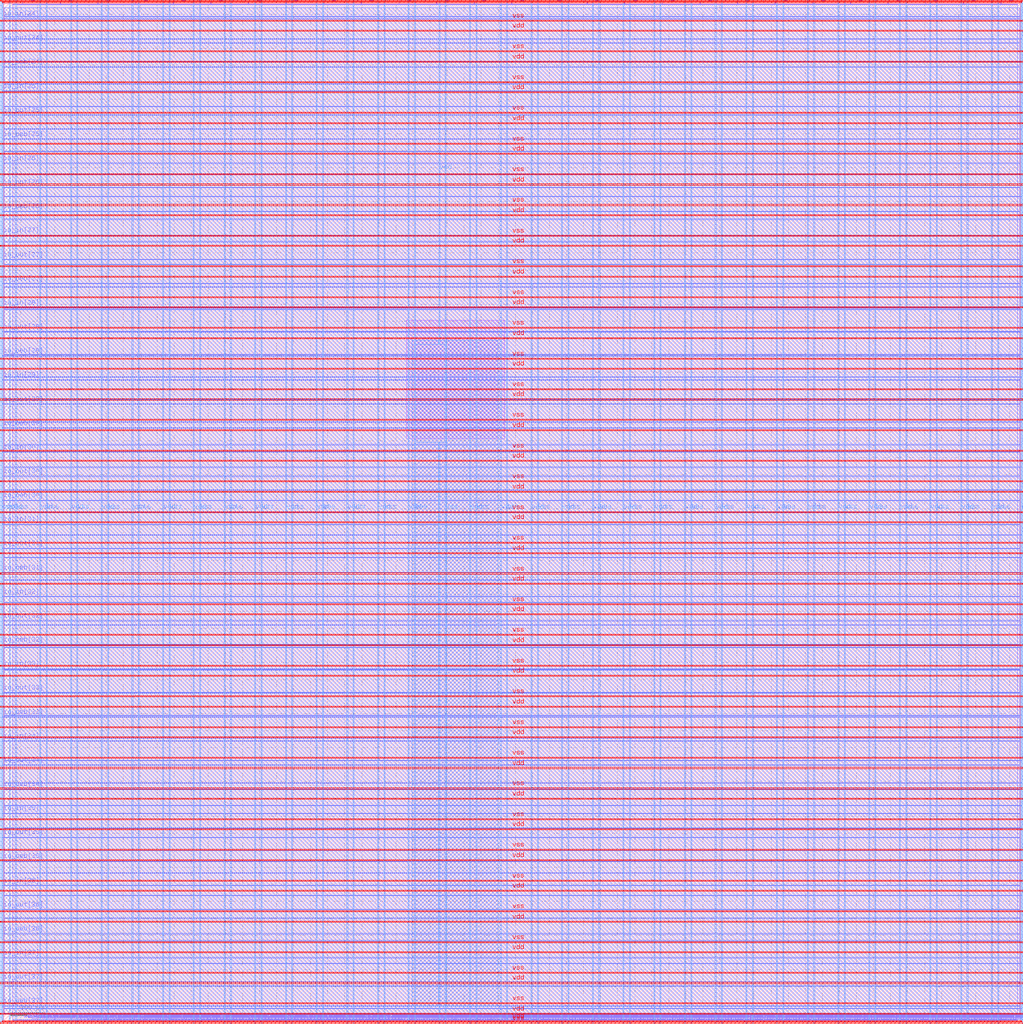
<source format=lef>
VERSION 5.7 ;
  NOWIREEXTENSIONATPIN ON ;
  DIVIDERCHAR "/" ;
  BUSBITCHARS "[]" ;
MACRO user_project_wrapper
  CLASS BLOCK ;
  FOREIGN user_project_wrapper ;
  ORIGIN 0.000 0.000 ;
  SIZE 2980.200 BY 2980.200 ;
  PIN io_in[0]
    DIRECTION INPUT ;
    USE SIGNAL ;
    PORT
      LAYER Metal3 ;
        RECT 2977.800 35.560 2985.000 36.680 ;
    END
  END io_in[0]
  PIN io_in[10]
    DIRECTION INPUT ;
    USE SIGNAL ;
    PORT
      LAYER Metal3 ;
        RECT 2977.800 2017.960 2985.000 2019.080 ;
    END
  END io_in[10]
  PIN io_in[11]
    DIRECTION INPUT ;
    USE SIGNAL ;
    PORT
      LAYER Metal3 ;
        RECT 2977.800 2216.200 2985.000 2217.320 ;
    END
  END io_in[11]
  PIN io_in[12]
    DIRECTION INPUT ;
    USE SIGNAL ;
    PORT
      LAYER Metal3 ;
        RECT 2977.800 2414.440 2985.000 2415.560 ;
    END
  END io_in[12]
  PIN io_in[13]
    DIRECTION INPUT ;
    USE SIGNAL ;
    PORT
      LAYER Metal3 ;
        RECT 2977.800 2612.680 2985.000 2613.800 ;
    END
  END io_in[13]
  PIN io_in[14]
    DIRECTION INPUT ;
    USE SIGNAL ;
    PORT
      LAYER Metal3 ;
        RECT 2977.800 2810.920 2985.000 2812.040 ;
    END
  END io_in[14]
  PIN io_in[15]
    DIRECTION INPUT ;
    USE SIGNAL ;
    PORT
      LAYER Metal2 ;
        RECT 2923.480 2977.800 2924.600 2985.000 ;
    END
  END io_in[15]
  PIN io_in[16]
    DIRECTION INPUT ;
    USE SIGNAL ;
    PORT
      LAYER Metal2 ;
        RECT 2592.520 2977.800 2593.640 2985.000 ;
    END
  END io_in[16]
  PIN io_in[17]
    DIRECTION INPUT ;
    USE SIGNAL ;
    PORT
      LAYER Metal2 ;
        RECT 2261.560 2977.800 2262.680 2985.000 ;
    END
  END io_in[17]
  PIN io_in[18]
    DIRECTION INPUT ;
    USE SIGNAL ;
    PORT
      LAYER Metal2 ;
        RECT 1930.600 2977.800 1931.720 2985.000 ;
    END
  END io_in[18]
  PIN io_in[19]
    DIRECTION INPUT ;
    USE SIGNAL ;
    PORT
      LAYER Metal2 ;
        RECT 1599.640 2977.800 1600.760 2985.000 ;
    END
  END io_in[19]
  PIN io_in[1]
    DIRECTION INPUT ;
    USE SIGNAL ;
    PORT
      LAYER Metal3 ;
        RECT 2977.800 233.800 2985.000 234.920 ;
    END
  END io_in[1]
  PIN io_in[20]
    DIRECTION INPUT ;
    USE SIGNAL ;
    PORT
      LAYER Metal2 ;
        RECT 1268.680 2977.800 1269.800 2985.000 ;
    END
  END io_in[20]
  PIN io_in[21]
    DIRECTION INPUT ;
    USE SIGNAL ;
    PORT
      LAYER Metal2 ;
        RECT 937.720 2977.800 938.840 2985.000 ;
    END
  END io_in[21]
  PIN io_in[22]
    DIRECTION INPUT ;
    USE SIGNAL ;
    PORT
      LAYER Metal2 ;
        RECT 606.760 2977.800 607.880 2985.000 ;
    END
  END io_in[22]
  PIN io_in[23]
    DIRECTION INPUT ;
    USE SIGNAL ;
    PORT
      LAYER Metal2 ;
        RECT 275.800 2977.800 276.920 2985.000 ;
    END
  END io_in[23]
  PIN io_in[24]
    DIRECTION INPUT ;
    USE SIGNAL ;
    PORT
      LAYER Metal3 ;
        RECT -4.800 2935.800 2.400 2936.920 ;
    END
  END io_in[24]
  PIN io_in[25]
    DIRECTION INPUT ;
    USE SIGNAL ;
    PORT
      LAYER Metal3 ;
        RECT -4.800 2724.120 2.400 2725.240 ;
    END
  END io_in[25]
  PIN io_in[26]
    DIRECTION INPUT ;
    USE SIGNAL ;
    PORT
      LAYER Metal3 ;
        RECT -4.800 2512.440 2.400 2513.560 ;
    END
  END io_in[26]
  PIN io_in[27]
    DIRECTION INPUT ;
    USE SIGNAL ;
    PORT
      LAYER Metal3 ;
        RECT -4.800 2300.760 2.400 2301.880 ;
    END
  END io_in[27]
  PIN io_in[28]
    DIRECTION INPUT ;
    USE SIGNAL ;
    PORT
      LAYER Metal3 ;
        RECT -4.800 2089.080 2.400 2090.200 ;
    END
  END io_in[28]
  PIN io_in[29]
    DIRECTION INPUT ;
    USE SIGNAL ;
    PORT
      LAYER Metal3 ;
        RECT -4.800 1877.400 2.400 1878.520 ;
    END
  END io_in[29]
  PIN io_in[2]
    DIRECTION INPUT ;
    USE SIGNAL ;
    PORT
      LAYER Metal3 ;
        RECT 2977.800 432.040 2985.000 433.160 ;
    END
  END io_in[2]
  PIN io_in[30]
    DIRECTION INPUT ;
    USE SIGNAL ;
    PORT
      LAYER Metal3 ;
        RECT -4.800 1665.720 2.400 1666.840 ;
    END
  END io_in[30]
  PIN io_in[31]
    DIRECTION INPUT ;
    USE SIGNAL ;
    PORT
      LAYER Metal3 ;
        RECT -4.800 1454.040 2.400 1455.160 ;
    END
  END io_in[31]
  PIN io_in[32]
    DIRECTION INPUT ;
    USE SIGNAL ;
    PORT
      LAYER Metal3 ;
        RECT -4.800 1242.360 2.400 1243.480 ;
    END
  END io_in[32]
  PIN io_in[33]
    DIRECTION INPUT ;
    USE SIGNAL ;
    PORT
      LAYER Metal3 ;
        RECT -4.800 1030.680 2.400 1031.800 ;
    END
  END io_in[33]
  PIN io_in[34]
    DIRECTION INPUT ;
    USE SIGNAL ;
    PORT
      LAYER Metal3 ;
        RECT -4.800 819.000 2.400 820.120 ;
    END
  END io_in[34]
  PIN io_in[35]
    DIRECTION INPUT ;
    USE SIGNAL ;
    PORT
      LAYER Metal3 ;
        RECT -4.800 607.320 2.400 608.440 ;
    END
  END io_in[35]
  PIN io_in[36]
    DIRECTION INPUT ;
    USE SIGNAL ;
    PORT
      LAYER Metal3 ;
        RECT -4.800 395.640 2.400 396.760 ;
    END
  END io_in[36]
  PIN io_in[37]
    DIRECTION INPUT ;
    USE SIGNAL ;
    PORT
      LAYER Metal3 ;
        RECT -4.800 183.960 2.400 185.080 ;
    END
  END io_in[37]
  PIN io_in[3]
    DIRECTION INPUT ;
    USE SIGNAL ;
    PORT
      LAYER Metal3 ;
        RECT 2977.800 630.280 2985.000 631.400 ;
    END
  END io_in[3]
  PIN io_in[4]
    DIRECTION INPUT ;
    USE SIGNAL ;
    PORT
      LAYER Metal3 ;
        RECT 2977.800 828.520 2985.000 829.640 ;
    END
  END io_in[4]
  PIN io_in[5]
    DIRECTION INPUT ;
    USE SIGNAL ;
    PORT
      LAYER Metal3 ;
        RECT 2977.800 1026.760 2985.000 1027.880 ;
    END
  END io_in[5]
  PIN io_in[6]
    DIRECTION INPUT ;
    USE SIGNAL ;
    PORT
      LAYER Metal3 ;
        RECT 2977.800 1225.000 2985.000 1226.120 ;
    END
  END io_in[6]
  PIN io_in[7]
    DIRECTION INPUT ;
    USE SIGNAL ;
    PORT
      LAYER Metal3 ;
        RECT 2977.800 1423.240 2985.000 1424.360 ;
    END
  END io_in[7]
  PIN io_in[8]
    DIRECTION INPUT ;
    USE SIGNAL ;
    PORT
      LAYER Metal3 ;
        RECT 2977.800 1621.480 2985.000 1622.600 ;
    END
  END io_in[8]
  PIN io_in[9]
    DIRECTION INPUT ;
    USE SIGNAL ;
    PORT
      LAYER Metal3 ;
        RECT 2977.800 1819.720 2985.000 1820.840 ;
    END
  END io_in[9]
  PIN io_oeb[0]
    DIRECTION OUTPUT TRISTATE ;
    USE SIGNAL ;
    PORT
      LAYER Metal3 ;
        RECT 2977.800 167.720 2985.000 168.840 ;
    END
  END io_oeb[0]
  PIN io_oeb[10]
    DIRECTION OUTPUT TRISTATE ;
    USE SIGNAL ;
    PORT
      LAYER Metal3 ;
        RECT 2977.800 2150.120 2985.000 2151.240 ;
    END
  END io_oeb[10]
  PIN io_oeb[11]
    DIRECTION OUTPUT TRISTATE ;
    USE SIGNAL ;
    PORT
      LAYER Metal3 ;
        RECT 2977.800 2348.360 2985.000 2349.480 ;
    END
  END io_oeb[11]
  PIN io_oeb[12]
    DIRECTION OUTPUT TRISTATE ;
    USE SIGNAL ;
    PORT
      LAYER Metal3 ;
        RECT 2977.800 2546.600 2985.000 2547.720 ;
    END
  END io_oeb[12]
  PIN io_oeb[13]
    DIRECTION OUTPUT TRISTATE ;
    USE SIGNAL ;
    PORT
      LAYER Metal3 ;
        RECT 2977.800 2744.840 2985.000 2745.960 ;
    END
  END io_oeb[13]
  PIN io_oeb[14]
    DIRECTION OUTPUT TRISTATE ;
    USE SIGNAL ;
    PORT
      LAYER Metal3 ;
        RECT 2977.800 2943.080 2985.000 2944.200 ;
    END
  END io_oeb[14]
  PIN io_oeb[15]
    DIRECTION OUTPUT TRISTATE ;
    USE SIGNAL ;
    PORT
      LAYER Metal2 ;
        RECT 2702.840 2977.800 2703.960 2985.000 ;
    END
  END io_oeb[15]
  PIN io_oeb[16]
    DIRECTION OUTPUT TRISTATE ;
    USE SIGNAL ;
    PORT
      LAYER Metal2 ;
        RECT 2371.880 2977.800 2373.000 2985.000 ;
    END
  END io_oeb[16]
  PIN io_oeb[17]
    DIRECTION OUTPUT TRISTATE ;
    USE SIGNAL ;
    PORT
      LAYER Metal2 ;
        RECT 2040.920 2977.800 2042.040 2985.000 ;
    END
  END io_oeb[17]
  PIN io_oeb[18]
    DIRECTION OUTPUT TRISTATE ;
    USE SIGNAL ;
    PORT
      LAYER Metal2 ;
        RECT 1709.960 2977.800 1711.080 2985.000 ;
    END
  END io_oeb[18]
  PIN io_oeb[19]
    DIRECTION OUTPUT TRISTATE ;
    USE SIGNAL ;
    PORT
      LAYER Metal2 ;
        RECT 1379.000 2977.800 1380.120 2985.000 ;
    END
  END io_oeb[19]
  PIN io_oeb[1]
    DIRECTION OUTPUT TRISTATE ;
    USE SIGNAL ;
    PORT
      LAYER Metal3 ;
        RECT 2977.800 365.960 2985.000 367.080 ;
    END
  END io_oeb[1]
  PIN io_oeb[20]
    DIRECTION OUTPUT TRISTATE ;
    USE SIGNAL ;
    PORT
      LAYER Metal2 ;
        RECT 1048.040 2977.800 1049.160 2985.000 ;
    END
  END io_oeb[20]
  PIN io_oeb[21]
    DIRECTION OUTPUT TRISTATE ;
    USE SIGNAL ;
    PORT
      LAYER Metal2 ;
        RECT 717.080 2977.800 718.200 2985.000 ;
    END
  END io_oeb[21]
  PIN io_oeb[22]
    DIRECTION OUTPUT TRISTATE ;
    USE SIGNAL ;
    PORT
      LAYER Metal2 ;
        RECT 386.120 2977.800 387.240 2985.000 ;
    END
  END io_oeb[22]
  PIN io_oeb[23]
    DIRECTION OUTPUT TRISTATE ;
    USE SIGNAL ;
    PORT
      LAYER Metal2 ;
        RECT 55.160 2977.800 56.280 2985.000 ;
    END
  END io_oeb[23]
  PIN io_oeb[24]
    DIRECTION OUTPUT TRISTATE ;
    USE SIGNAL ;
    PORT
      LAYER Metal3 ;
        RECT -4.800 2794.680 2.400 2795.800 ;
    END
  END io_oeb[24]
  PIN io_oeb[25]
    DIRECTION OUTPUT TRISTATE ;
    USE SIGNAL ;
    PORT
      LAYER Metal3 ;
        RECT -4.800 2583.000 2.400 2584.120 ;
    END
  END io_oeb[25]
  PIN io_oeb[26]
    DIRECTION OUTPUT TRISTATE ;
    USE SIGNAL ;
    PORT
      LAYER Metal3 ;
        RECT -4.800 2371.320 2.400 2372.440 ;
    END
  END io_oeb[26]
  PIN io_oeb[27]
    DIRECTION OUTPUT TRISTATE ;
    USE SIGNAL ;
    PORT
      LAYER Metal3 ;
        RECT -4.800 2159.640 2.400 2160.760 ;
    END
  END io_oeb[27]
  PIN io_oeb[28]
    DIRECTION OUTPUT TRISTATE ;
    USE SIGNAL ;
    PORT
      LAYER Metal3 ;
        RECT -4.800 1947.960 2.400 1949.080 ;
    END
  END io_oeb[28]
  PIN io_oeb[29]
    DIRECTION OUTPUT TRISTATE ;
    USE SIGNAL ;
    PORT
      LAYER Metal3 ;
        RECT -4.800 1736.280 2.400 1737.400 ;
    END
  END io_oeb[29]
  PIN io_oeb[2]
    DIRECTION OUTPUT TRISTATE ;
    USE SIGNAL ;
    PORT
      LAYER Metal3 ;
        RECT 2977.800 564.200 2985.000 565.320 ;
    END
  END io_oeb[2]
  PIN io_oeb[30]
    DIRECTION OUTPUT TRISTATE ;
    USE SIGNAL ;
    PORT
      LAYER Metal3 ;
        RECT -4.800 1524.600 2.400 1525.720 ;
    END
  END io_oeb[30]
  PIN io_oeb[31]
    DIRECTION OUTPUT TRISTATE ;
    USE SIGNAL ;
    PORT
      LAYER Metal3 ;
        RECT -4.800 1312.920 2.400 1314.040 ;
    END
  END io_oeb[31]
  PIN io_oeb[32]
    DIRECTION OUTPUT TRISTATE ;
    USE SIGNAL ;
    PORT
      LAYER Metal3 ;
        RECT -4.800 1101.240 2.400 1102.360 ;
    END
  END io_oeb[32]
  PIN io_oeb[33]
    DIRECTION OUTPUT TRISTATE ;
    USE SIGNAL ;
    PORT
      LAYER Metal3 ;
        RECT -4.800 889.560 2.400 890.680 ;
    END
  END io_oeb[33]
  PIN io_oeb[34]
    DIRECTION OUTPUT TRISTATE ;
    USE SIGNAL ;
    PORT
      LAYER Metal3 ;
        RECT -4.800 677.880 2.400 679.000 ;
    END
  END io_oeb[34]
  PIN io_oeb[35]
    DIRECTION OUTPUT TRISTATE ;
    USE SIGNAL ;
    PORT
      LAYER Metal3 ;
        RECT -4.800 466.200 2.400 467.320 ;
    END
  END io_oeb[35]
  PIN io_oeb[36]
    DIRECTION OUTPUT TRISTATE ;
    USE SIGNAL ;
    PORT
      LAYER Metal3 ;
        RECT -4.800 254.520 2.400 255.640 ;
    END
  END io_oeb[36]
  PIN io_oeb[37]
    DIRECTION OUTPUT TRISTATE ;
    USE SIGNAL ;
    PORT
      LAYER Metal3 ;
        RECT -4.800 42.840 2.400 43.960 ;
    END
  END io_oeb[37]
  PIN io_oeb[3]
    DIRECTION OUTPUT TRISTATE ;
    USE SIGNAL ;
    PORT
      LAYER Metal3 ;
        RECT 2977.800 762.440 2985.000 763.560 ;
    END
  END io_oeb[3]
  PIN io_oeb[4]
    DIRECTION OUTPUT TRISTATE ;
    USE SIGNAL ;
    PORT
      LAYER Metal3 ;
        RECT 2977.800 960.680 2985.000 961.800 ;
    END
  END io_oeb[4]
  PIN io_oeb[5]
    DIRECTION OUTPUT TRISTATE ;
    USE SIGNAL ;
    PORT
      LAYER Metal3 ;
        RECT 2977.800 1158.920 2985.000 1160.040 ;
    END
  END io_oeb[5]
  PIN io_oeb[6]
    DIRECTION OUTPUT TRISTATE ;
    USE SIGNAL ;
    PORT
      LAYER Metal3 ;
        RECT 2977.800 1357.160 2985.000 1358.280 ;
    END
  END io_oeb[6]
  PIN io_oeb[7]
    DIRECTION OUTPUT TRISTATE ;
    USE SIGNAL ;
    PORT
      LAYER Metal3 ;
        RECT 2977.800 1555.400 2985.000 1556.520 ;
    END
  END io_oeb[7]
  PIN io_oeb[8]
    DIRECTION OUTPUT TRISTATE ;
    USE SIGNAL ;
    PORT
      LAYER Metal3 ;
        RECT 2977.800 1753.640 2985.000 1754.760 ;
    END
  END io_oeb[8]
  PIN io_oeb[9]
    DIRECTION OUTPUT TRISTATE ;
    USE SIGNAL ;
    PORT
      LAYER Metal3 ;
        RECT 2977.800 1951.880 2985.000 1953.000 ;
    END
  END io_oeb[9]
  PIN io_out[0]
    DIRECTION OUTPUT TRISTATE ;
    USE SIGNAL ;
    PORT
      LAYER Metal3 ;
        RECT 2977.800 101.640 2985.000 102.760 ;
    END
  END io_out[0]
  PIN io_out[10]
    DIRECTION OUTPUT TRISTATE ;
    USE SIGNAL ;
    PORT
      LAYER Metal3 ;
        RECT 2977.800 2084.040 2985.000 2085.160 ;
    END
  END io_out[10]
  PIN io_out[11]
    DIRECTION OUTPUT TRISTATE ;
    USE SIGNAL ;
    PORT
      LAYER Metal3 ;
        RECT 2977.800 2282.280 2985.000 2283.400 ;
    END
  END io_out[11]
  PIN io_out[12]
    DIRECTION OUTPUT TRISTATE ;
    USE SIGNAL ;
    PORT
      LAYER Metal3 ;
        RECT 2977.800 2480.520 2985.000 2481.640 ;
    END
  END io_out[12]
  PIN io_out[13]
    DIRECTION OUTPUT TRISTATE ;
    USE SIGNAL ;
    PORT
      LAYER Metal3 ;
        RECT 2977.800 2678.760 2985.000 2679.880 ;
    END
  END io_out[13]
  PIN io_out[14]
    DIRECTION OUTPUT TRISTATE ;
    USE SIGNAL ;
    PORT
      LAYER Metal3 ;
        RECT 2977.800 2877.000 2985.000 2878.120 ;
    END
  END io_out[14]
  PIN io_out[15]
    DIRECTION OUTPUT TRISTATE ;
    USE SIGNAL ;
    PORT
      LAYER Metal2 ;
        RECT 2813.160 2977.800 2814.280 2985.000 ;
    END
  END io_out[15]
  PIN io_out[16]
    DIRECTION OUTPUT TRISTATE ;
    USE SIGNAL ;
    PORT
      LAYER Metal2 ;
        RECT 2482.200 2977.800 2483.320 2985.000 ;
    END
  END io_out[16]
  PIN io_out[17]
    DIRECTION OUTPUT TRISTATE ;
    USE SIGNAL ;
    PORT
      LAYER Metal2 ;
        RECT 2151.240 2977.800 2152.360 2985.000 ;
    END
  END io_out[17]
  PIN io_out[18]
    DIRECTION OUTPUT TRISTATE ;
    USE SIGNAL ;
    PORT
      LAYER Metal2 ;
        RECT 1820.280 2977.800 1821.400 2985.000 ;
    END
  END io_out[18]
  PIN io_out[19]
    DIRECTION OUTPUT TRISTATE ;
    USE SIGNAL ;
    PORT
      LAYER Metal2 ;
        RECT 1489.320 2977.800 1490.440 2985.000 ;
    END
  END io_out[19]
  PIN io_out[1]
    DIRECTION OUTPUT TRISTATE ;
    USE SIGNAL ;
    PORT
      LAYER Metal3 ;
        RECT 2977.800 299.880 2985.000 301.000 ;
    END
  END io_out[1]
  PIN io_out[20]
    DIRECTION OUTPUT TRISTATE ;
    USE SIGNAL ;
    PORT
      LAYER Metal2 ;
        RECT 1158.360 2977.800 1159.480 2985.000 ;
    END
  END io_out[20]
  PIN io_out[21]
    DIRECTION OUTPUT TRISTATE ;
    USE SIGNAL ;
    PORT
      LAYER Metal2 ;
        RECT 827.400 2977.800 828.520 2985.000 ;
    END
  END io_out[21]
  PIN io_out[22]
    DIRECTION OUTPUT TRISTATE ;
    USE SIGNAL ;
    PORT
      LAYER Metal2 ;
        RECT 496.440 2977.800 497.560 2985.000 ;
    END
  END io_out[22]
  PIN io_out[23]
    DIRECTION OUTPUT TRISTATE ;
    USE SIGNAL ;
    PORT
      LAYER Metal2 ;
        RECT 165.480 2977.800 166.600 2985.000 ;
    END
  END io_out[23]
  PIN io_out[24]
    DIRECTION OUTPUT TRISTATE ;
    USE SIGNAL ;
    PORT
      LAYER Metal3 ;
        RECT -4.800 2865.240 2.400 2866.360 ;
    END
  END io_out[24]
  PIN io_out[25]
    DIRECTION OUTPUT TRISTATE ;
    USE SIGNAL ;
    PORT
      LAYER Metal3 ;
        RECT -4.800 2653.560 2.400 2654.680 ;
    END
  END io_out[25]
  PIN io_out[26]
    DIRECTION OUTPUT TRISTATE ;
    USE SIGNAL ;
    PORT
      LAYER Metal3 ;
        RECT -4.800 2441.880 2.400 2443.000 ;
    END
  END io_out[26]
  PIN io_out[27]
    DIRECTION OUTPUT TRISTATE ;
    USE SIGNAL ;
    PORT
      LAYER Metal3 ;
        RECT -4.800 2230.200 2.400 2231.320 ;
    END
  END io_out[27]
  PIN io_out[28]
    DIRECTION OUTPUT TRISTATE ;
    USE SIGNAL ;
    PORT
      LAYER Metal3 ;
        RECT -4.800 2018.520 2.400 2019.640 ;
    END
  END io_out[28]
  PIN io_out[29]
    DIRECTION OUTPUT TRISTATE ;
    USE SIGNAL ;
    PORT
      LAYER Metal3 ;
        RECT -4.800 1806.840 2.400 1807.960 ;
    END
  END io_out[29]
  PIN io_out[2]
    DIRECTION OUTPUT TRISTATE ;
    USE SIGNAL ;
    PORT
      LAYER Metal3 ;
        RECT 2977.800 498.120 2985.000 499.240 ;
    END
  END io_out[2]
  PIN io_out[30]
    DIRECTION OUTPUT TRISTATE ;
    USE SIGNAL ;
    PORT
      LAYER Metal3 ;
        RECT -4.800 1595.160 2.400 1596.280 ;
    END
  END io_out[30]
  PIN io_out[31]
    DIRECTION OUTPUT TRISTATE ;
    USE SIGNAL ;
    PORT
      LAYER Metal3 ;
        RECT -4.800 1383.480 2.400 1384.600 ;
    END
  END io_out[31]
  PIN io_out[32]
    DIRECTION OUTPUT TRISTATE ;
    USE SIGNAL ;
    PORT
      LAYER Metal3 ;
        RECT -4.800 1171.800 2.400 1172.920 ;
    END
  END io_out[32]
  PIN io_out[33]
    DIRECTION OUTPUT TRISTATE ;
    USE SIGNAL ;
    PORT
      LAYER Metal3 ;
        RECT -4.800 960.120 2.400 961.240 ;
    END
  END io_out[33]
  PIN io_out[34]
    DIRECTION OUTPUT TRISTATE ;
    USE SIGNAL ;
    PORT
      LAYER Metal3 ;
        RECT -4.800 748.440 2.400 749.560 ;
    END
  END io_out[34]
  PIN io_out[35]
    DIRECTION OUTPUT TRISTATE ;
    USE SIGNAL ;
    PORT
      LAYER Metal3 ;
        RECT -4.800 536.760 2.400 537.880 ;
    END
  END io_out[35]
  PIN io_out[36]
    DIRECTION OUTPUT TRISTATE ;
    USE SIGNAL ;
    PORT
      LAYER Metal3 ;
        RECT -4.800 325.080 2.400 326.200 ;
    END
  END io_out[36]
  PIN io_out[37]
    DIRECTION OUTPUT TRISTATE ;
    USE SIGNAL ;
    PORT
      LAYER Metal3 ;
        RECT -4.800 113.400 2.400 114.520 ;
    END
  END io_out[37]
  PIN io_out[3]
    DIRECTION OUTPUT TRISTATE ;
    USE SIGNAL ;
    PORT
      LAYER Metal3 ;
        RECT 2977.800 696.360 2985.000 697.480 ;
    END
  END io_out[3]
  PIN io_out[4]
    DIRECTION OUTPUT TRISTATE ;
    USE SIGNAL ;
    PORT
      LAYER Metal3 ;
        RECT 2977.800 894.600 2985.000 895.720 ;
    END
  END io_out[4]
  PIN io_out[5]
    DIRECTION OUTPUT TRISTATE ;
    USE SIGNAL ;
    PORT
      LAYER Metal3 ;
        RECT 2977.800 1092.840 2985.000 1093.960 ;
    END
  END io_out[5]
  PIN io_out[6]
    DIRECTION OUTPUT TRISTATE ;
    USE SIGNAL ;
    PORT
      LAYER Metal3 ;
        RECT 2977.800 1291.080 2985.000 1292.200 ;
    END
  END io_out[6]
  PIN io_out[7]
    DIRECTION OUTPUT TRISTATE ;
    USE SIGNAL ;
    PORT
      LAYER Metal3 ;
        RECT 2977.800 1489.320 2985.000 1490.440 ;
    END
  END io_out[7]
  PIN io_out[8]
    DIRECTION OUTPUT TRISTATE ;
    USE SIGNAL ;
    PORT
      LAYER Metal3 ;
        RECT 2977.800 1687.560 2985.000 1688.680 ;
    END
  END io_out[8]
  PIN io_out[9]
    DIRECTION OUTPUT TRISTATE ;
    USE SIGNAL ;
    PORT
      LAYER Metal3 ;
        RECT 2977.800 1885.800 2985.000 1886.920 ;
    END
  END io_out[9]
  PIN la_data_in[0]
    DIRECTION INPUT ;
    USE SIGNAL ;
    PORT
      LAYER Metal2 ;
        RECT 1065.960 -4.800 1067.080 2.400 ;
    END
  END la_data_in[0]
  PIN la_data_in[10]
    DIRECTION INPUT ;
    USE SIGNAL ;
    PORT
      LAYER Metal2 ;
        RECT 1351.560 -4.800 1352.680 2.400 ;
    END
  END la_data_in[10]
  PIN la_data_in[11]
    DIRECTION INPUT ;
    USE SIGNAL ;
    PORT
      LAYER Metal2 ;
        RECT 1380.120 -4.800 1381.240 2.400 ;
    END
  END la_data_in[11]
  PIN la_data_in[12]
    DIRECTION INPUT ;
    USE SIGNAL ;
    PORT
      LAYER Metal2 ;
        RECT 1408.680 -4.800 1409.800 2.400 ;
    END
  END la_data_in[12]
  PIN la_data_in[13]
    DIRECTION INPUT ;
    USE SIGNAL ;
    PORT
      LAYER Metal2 ;
        RECT 1437.240 -4.800 1438.360 2.400 ;
    END
  END la_data_in[13]
  PIN la_data_in[14]
    DIRECTION INPUT ;
    USE SIGNAL ;
    PORT
      LAYER Metal2 ;
        RECT 1465.800 -4.800 1466.920 2.400 ;
    END
  END la_data_in[14]
  PIN la_data_in[15]
    DIRECTION INPUT ;
    USE SIGNAL ;
    PORT
      LAYER Metal2 ;
        RECT 1494.360 -4.800 1495.480 2.400 ;
    END
  END la_data_in[15]
  PIN la_data_in[16]
    DIRECTION INPUT ;
    USE SIGNAL ;
    PORT
      LAYER Metal2 ;
        RECT 1522.920 -4.800 1524.040 2.400 ;
    END
  END la_data_in[16]
  PIN la_data_in[17]
    DIRECTION INPUT ;
    USE SIGNAL ;
    PORT
      LAYER Metal2 ;
        RECT 1551.480 -4.800 1552.600 2.400 ;
    END
  END la_data_in[17]
  PIN la_data_in[18]
    DIRECTION INPUT ;
    USE SIGNAL ;
    PORT
      LAYER Metal2 ;
        RECT 1580.040 -4.800 1581.160 2.400 ;
    END
  END la_data_in[18]
  PIN la_data_in[19]
    DIRECTION INPUT ;
    USE SIGNAL ;
    PORT
      LAYER Metal2 ;
        RECT 1608.600 -4.800 1609.720 2.400 ;
    END
  END la_data_in[19]
  PIN la_data_in[1]
    DIRECTION INPUT ;
    USE SIGNAL ;
    PORT
      LAYER Metal2 ;
        RECT 1094.520 -4.800 1095.640 2.400 ;
    END
  END la_data_in[1]
  PIN la_data_in[20]
    DIRECTION INPUT ;
    USE SIGNAL ;
    PORT
      LAYER Metal2 ;
        RECT 1637.160 -4.800 1638.280 2.400 ;
    END
  END la_data_in[20]
  PIN la_data_in[21]
    DIRECTION INPUT ;
    USE SIGNAL ;
    PORT
      LAYER Metal2 ;
        RECT 1665.720 -4.800 1666.840 2.400 ;
    END
  END la_data_in[21]
  PIN la_data_in[22]
    DIRECTION INPUT ;
    USE SIGNAL ;
    PORT
      LAYER Metal2 ;
        RECT 1694.280 -4.800 1695.400 2.400 ;
    END
  END la_data_in[22]
  PIN la_data_in[23]
    DIRECTION INPUT ;
    USE SIGNAL ;
    PORT
      LAYER Metal2 ;
        RECT 1722.840 -4.800 1723.960 2.400 ;
    END
  END la_data_in[23]
  PIN la_data_in[24]
    DIRECTION INPUT ;
    USE SIGNAL ;
    PORT
      LAYER Metal2 ;
        RECT 1751.400 -4.800 1752.520 2.400 ;
    END
  END la_data_in[24]
  PIN la_data_in[25]
    DIRECTION INPUT ;
    USE SIGNAL ;
    PORT
      LAYER Metal2 ;
        RECT 1779.960 -4.800 1781.080 2.400 ;
    END
  END la_data_in[25]
  PIN la_data_in[26]
    DIRECTION INPUT ;
    USE SIGNAL ;
    PORT
      LAYER Metal2 ;
        RECT 1808.520 -4.800 1809.640 2.400 ;
    END
  END la_data_in[26]
  PIN la_data_in[27]
    DIRECTION INPUT ;
    USE SIGNAL ;
    PORT
      LAYER Metal2 ;
        RECT 1837.080 -4.800 1838.200 2.400 ;
    END
  END la_data_in[27]
  PIN la_data_in[28]
    DIRECTION INPUT ;
    USE SIGNAL ;
    PORT
      LAYER Metal2 ;
        RECT 1865.640 -4.800 1866.760 2.400 ;
    END
  END la_data_in[28]
  PIN la_data_in[29]
    DIRECTION INPUT ;
    USE SIGNAL ;
    PORT
      LAYER Metal2 ;
        RECT 1894.200 -4.800 1895.320 2.400 ;
    END
  END la_data_in[29]
  PIN la_data_in[2]
    DIRECTION INPUT ;
    USE SIGNAL ;
    PORT
      LAYER Metal2 ;
        RECT 1123.080 -4.800 1124.200 2.400 ;
    END
  END la_data_in[2]
  PIN la_data_in[30]
    DIRECTION INPUT ;
    USE SIGNAL ;
    PORT
      LAYER Metal2 ;
        RECT 1922.760 -4.800 1923.880 2.400 ;
    END
  END la_data_in[30]
  PIN la_data_in[31]
    DIRECTION INPUT ;
    USE SIGNAL ;
    PORT
      LAYER Metal2 ;
        RECT 1951.320 -4.800 1952.440 2.400 ;
    END
  END la_data_in[31]
  PIN la_data_in[32]
    DIRECTION INPUT ;
    USE SIGNAL ;
    PORT
      LAYER Metal2 ;
        RECT 1979.880 -4.800 1981.000 2.400 ;
    END
  END la_data_in[32]
  PIN la_data_in[33]
    DIRECTION INPUT ;
    USE SIGNAL ;
    PORT
      LAYER Metal2 ;
        RECT 2008.440 -4.800 2009.560 2.400 ;
    END
  END la_data_in[33]
  PIN la_data_in[34]
    DIRECTION INPUT ;
    USE SIGNAL ;
    PORT
      LAYER Metal2 ;
        RECT 2037.000 -4.800 2038.120 2.400 ;
    END
  END la_data_in[34]
  PIN la_data_in[35]
    DIRECTION INPUT ;
    USE SIGNAL ;
    PORT
      LAYER Metal2 ;
        RECT 2065.560 -4.800 2066.680 2.400 ;
    END
  END la_data_in[35]
  PIN la_data_in[36]
    DIRECTION INPUT ;
    USE SIGNAL ;
    PORT
      LAYER Metal2 ;
        RECT 2094.120 -4.800 2095.240 2.400 ;
    END
  END la_data_in[36]
  PIN la_data_in[37]
    DIRECTION INPUT ;
    USE SIGNAL ;
    PORT
      LAYER Metal2 ;
        RECT 2122.680 -4.800 2123.800 2.400 ;
    END
  END la_data_in[37]
  PIN la_data_in[38]
    DIRECTION INPUT ;
    USE SIGNAL ;
    PORT
      LAYER Metal2 ;
        RECT 2151.240 -4.800 2152.360 2.400 ;
    END
  END la_data_in[38]
  PIN la_data_in[39]
    DIRECTION INPUT ;
    USE SIGNAL ;
    PORT
      LAYER Metal2 ;
        RECT 2179.800 -4.800 2180.920 2.400 ;
    END
  END la_data_in[39]
  PIN la_data_in[3]
    DIRECTION INPUT ;
    USE SIGNAL ;
    PORT
      LAYER Metal2 ;
        RECT 1151.640 -4.800 1152.760 2.400 ;
    END
  END la_data_in[3]
  PIN la_data_in[40]
    DIRECTION INPUT ;
    USE SIGNAL ;
    PORT
      LAYER Metal2 ;
        RECT 2208.360 -4.800 2209.480 2.400 ;
    END
  END la_data_in[40]
  PIN la_data_in[41]
    DIRECTION INPUT ;
    USE SIGNAL ;
    PORT
      LAYER Metal2 ;
        RECT 2236.920 -4.800 2238.040 2.400 ;
    END
  END la_data_in[41]
  PIN la_data_in[42]
    DIRECTION INPUT ;
    USE SIGNAL ;
    PORT
      LAYER Metal2 ;
        RECT 2265.480 -4.800 2266.600 2.400 ;
    END
  END la_data_in[42]
  PIN la_data_in[43]
    DIRECTION INPUT ;
    USE SIGNAL ;
    PORT
      LAYER Metal2 ;
        RECT 2294.040 -4.800 2295.160 2.400 ;
    END
  END la_data_in[43]
  PIN la_data_in[44]
    DIRECTION INPUT ;
    USE SIGNAL ;
    PORT
      LAYER Metal2 ;
        RECT 2322.600 -4.800 2323.720 2.400 ;
    END
  END la_data_in[44]
  PIN la_data_in[45]
    DIRECTION INPUT ;
    USE SIGNAL ;
    PORT
      LAYER Metal2 ;
        RECT 2351.160 -4.800 2352.280 2.400 ;
    END
  END la_data_in[45]
  PIN la_data_in[46]
    DIRECTION INPUT ;
    USE SIGNAL ;
    PORT
      LAYER Metal2 ;
        RECT 2379.720 -4.800 2380.840 2.400 ;
    END
  END la_data_in[46]
  PIN la_data_in[47]
    DIRECTION INPUT ;
    USE SIGNAL ;
    PORT
      LAYER Metal2 ;
        RECT 2408.280 -4.800 2409.400 2.400 ;
    END
  END la_data_in[47]
  PIN la_data_in[48]
    DIRECTION INPUT ;
    USE SIGNAL ;
    PORT
      LAYER Metal2 ;
        RECT 2436.840 -4.800 2437.960 2.400 ;
    END
  END la_data_in[48]
  PIN la_data_in[49]
    DIRECTION INPUT ;
    USE SIGNAL ;
    PORT
      LAYER Metal2 ;
        RECT 2465.400 -4.800 2466.520 2.400 ;
    END
  END la_data_in[49]
  PIN la_data_in[4]
    DIRECTION INPUT ;
    USE SIGNAL ;
    PORT
      LAYER Metal2 ;
        RECT 1180.200 -4.800 1181.320 2.400 ;
    END
  END la_data_in[4]
  PIN la_data_in[50]
    DIRECTION INPUT ;
    USE SIGNAL ;
    PORT
      LAYER Metal2 ;
        RECT 2493.960 -4.800 2495.080 2.400 ;
    END
  END la_data_in[50]
  PIN la_data_in[51]
    DIRECTION INPUT ;
    USE SIGNAL ;
    PORT
      LAYER Metal2 ;
        RECT 2522.520 -4.800 2523.640 2.400 ;
    END
  END la_data_in[51]
  PIN la_data_in[52]
    DIRECTION INPUT ;
    USE SIGNAL ;
    PORT
      LAYER Metal2 ;
        RECT 2551.080 -4.800 2552.200 2.400 ;
    END
  END la_data_in[52]
  PIN la_data_in[53]
    DIRECTION INPUT ;
    USE SIGNAL ;
    PORT
      LAYER Metal2 ;
        RECT 2579.640 -4.800 2580.760 2.400 ;
    END
  END la_data_in[53]
  PIN la_data_in[54]
    DIRECTION INPUT ;
    USE SIGNAL ;
    PORT
      LAYER Metal2 ;
        RECT 2608.200 -4.800 2609.320 2.400 ;
    END
  END la_data_in[54]
  PIN la_data_in[55]
    DIRECTION INPUT ;
    USE SIGNAL ;
    PORT
      LAYER Metal2 ;
        RECT 2636.760 -4.800 2637.880 2.400 ;
    END
  END la_data_in[55]
  PIN la_data_in[56]
    DIRECTION INPUT ;
    USE SIGNAL ;
    PORT
      LAYER Metal2 ;
        RECT 2665.320 -4.800 2666.440 2.400 ;
    END
  END la_data_in[56]
  PIN la_data_in[57]
    DIRECTION INPUT ;
    USE SIGNAL ;
    PORT
      LAYER Metal2 ;
        RECT 2693.880 -4.800 2695.000 2.400 ;
    END
  END la_data_in[57]
  PIN la_data_in[58]
    DIRECTION INPUT ;
    USE SIGNAL ;
    PORT
      LAYER Metal2 ;
        RECT 2722.440 -4.800 2723.560 2.400 ;
    END
  END la_data_in[58]
  PIN la_data_in[59]
    DIRECTION INPUT ;
    USE SIGNAL ;
    PORT
      LAYER Metal2 ;
        RECT 2751.000 -4.800 2752.120 2.400 ;
    END
  END la_data_in[59]
  PIN la_data_in[5]
    DIRECTION INPUT ;
    USE SIGNAL ;
    PORT
      LAYER Metal2 ;
        RECT 1208.760 -4.800 1209.880 2.400 ;
    END
  END la_data_in[5]
  PIN la_data_in[60]
    DIRECTION INPUT ;
    USE SIGNAL ;
    PORT
      LAYER Metal2 ;
        RECT 2779.560 -4.800 2780.680 2.400 ;
    END
  END la_data_in[60]
  PIN la_data_in[61]
    DIRECTION INPUT ;
    USE SIGNAL ;
    PORT
      LAYER Metal2 ;
        RECT 2808.120 -4.800 2809.240 2.400 ;
    END
  END la_data_in[61]
  PIN la_data_in[62]
    DIRECTION INPUT ;
    USE SIGNAL ;
    PORT
      LAYER Metal2 ;
        RECT 2836.680 -4.800 2837.800 2.400 ;
    END
  END la_data_in[62]
  PIN la_data_in[63]
    DIRECTION INPUT ;
    USE SIGNAL ;
    PORT
      LAYER Metal2 ;
        RECT 2865.240 -4.800 2866.360 2.400 ;
    END
  END la_data_in[63]
  PIN la_data_in[6]
    DIRECTION INPUT ;
    USE SIGNAL ;
    PORT
      LAYER Metal2 ;
        RECT 1237.320 -4.800 1238.440 2.400 ;
    END
  END la_data_in[6]
  PIN la_data_in[7]
    DIRECTION INPUT ;
    USE SIGNAL ;
    PORT
      LAYER Metal2 ;
        RECT 1265.880 -4.800 1267.000 2.400 ;
    END
  END la_data_in[7]
  PIN la_data_in[8]
    DIRECTION INPUT ;
    USE SIGNAL ;
    PORT
      LAYER Metal2 ;
        RECT 1294.440 -4.800 1295.560 2.400 ;
    END
  END la_data_in[8]
  PIN la_data_in[9]
    DIRECTION INPUT ;
    USE SIGNAL ;
    PORT
      LAYER Metal2 ;
        RECT 1323.000 -4.800 1324.120 2.400 ;
    END
  END la_data_in[9]
  PIN la_data_out[0]
    DIRECTION OUTPUT TRISTATE ;
    USE SIGNAL ;
    PORT
      LAYER Metal2 ;
        RECT 1075.480 -4.800 1076.600 2.400 ;
    END
  END la_data_out[0]
  PIN la_data_out[10]
    DIRECTION OUTPUT TRISTATE ;
    USE SIGNAL ;
    PORT
      LAYER Metal2 ;
        RECT 1361.080 -4.800 1362.200 2.400 ;
    END
  END la_data_out[10]
  PIN la_data_out[11]
    DIRECTION OUTPUT TRISTATE ;
    USE SIGNAL ;
    PORT
      LAYER Metal2 ;
        RECT 1389.640 -4.800 1390.760 2.400 ;
    END
  END la_data_out[11]
  PIN la_data_out[12]
    DIRECTION OUTPUT TRISTATE ;
    USE SIGNAL ;
    PORT
      LAYER Metal2 ;
        RECT 1418.200 -4.800 1419.320 2.400 ;
    END
  END la_data_out[12]
  PIN la_data_out[13]
    DIRECTION OUTPUT TRISTATE ;
    USE SIGNAL ;
    PORT
      LAYER Metal2 ;
        RECT 1446.760 -4.800 1447.880 2.400 ;
    END
  END la_data_out[13]
  PIN la_data_out[14]
    DIRECTION OUTPUT TRISTATE ;
    USE SIGNAL ;
    PORT
      LAYER Metal2 ;
        RECT 1475.320 -4.800 1476.440 2.400 ;
    END
  END la_data_out[14]
  PIN la_data_out[15]
    DIRECTION OUTPUT TRISTATE ;
    USE SIGNAL ;
    PORT
      LAYER Metal2 ;
        RECT 1503.880 -4.800 1505.000 2.400 ;
    END
  END la_data_out[15]
  PIN la_data_out[16]
    DIRECTION OUTPUT TRISTATE ;
    USE SIGNAL ;
    PORT
      LAYER Metal2 ;
        RECT 1532.440 -4.800 1533.560 2.400 ;
    END
  END la_data_out[16]
  PIN la_data_out[17]
    DIRECTION OUTPUT TRISTATE ;
    USE SIGNAL ;
    PORT
      LAYER Metal2 ;
        RECT 1561.000 -4.800 1562.120 2.400 ;
    END
  END la_data_out[17]
  PIN la_data_out[18]
    DIRECTION OUTPUT TRISTATE ;
    USE SIGNAL ;
    PORT
      LAYER Metal2 ;
        RECT 1589.560 -4.800 1590.680 2.400 ;
    END
  END la_data_out[18]
  PIN la_data_out[19]
    DIRECTION OUTPUT TRISTATE ;
    USE SIGNAL ;
    PORT
      LAYER Metal2 ;
        RECT 1618.120 -4.800 1619.240 2.400 ;
    END
  END la_data_out[19]
  PIN la_data_out[1]
    DIRECTION OUTPUT TRISTATE ;
    USE SIGNAL ;
    PORT
      LAYER Metal2 ;
        RECT 1104.040 -4.800 1105.160 2.400 ;
    END
  END la_data_out[1]
  PIN la_data_out[20]
    DIRECTION OUTPUT TRISTATE ;
    USE SIGNAL ;
    PORT
      LAYER Metal2 ;
        RECT 1646.680 -4.800 1647.800 2.400 ;
    END
  END la_data_out[20]
  PIN la_data_out[21]
    DIRECTION OUTPUT TRISTATE ;
    USE SIGNAL ;
    PORT
      LAYER Metal2 ;
        RECT 1675.240 -4.800 1676.360 2.400 ;
    END
  END la_data_out[21]
  PIN la_data_out[22]
    DIRECTION OUTPUT TRISTATE ;
    USE SIGNAL ;
    PORT
      LAYER Metal2 ;
        RECT 1703.800 -4.800 1704.920 2.400 ;
    END
  END la_data_out[22]
  PIN la_data_out[23]
    DIRECTION OUTPUT TRISTATE ;
    USE SIGNAL ;
    PORT
      LAYER Metal2 ;
        RECT 1732.360 -4.800 1733.480 2.400 ;
    END
  END la_data_out[23]
  PIN la_data_out[24]
    DIRECTION OUTPUT TRISTATE ;
    USE SIGNAL ;
    PORT
      LAYER Metal2 ;
        RECT 1760.920 -4.800 1762.040 2.400 ;
    END
  END la_data_out[24]
  PIN la_data_out[25]
    DIRECTION OUTPUT TRISTATE ;
    USE SIGNAL ;
    PORT
      LAYER Metal2 ;
        RECT 1789.480 -4.800 1790.600 2.400 ;
    END
  END la_data_out[25]
  PIN la_data_out[26]
    DIRECTION OUTPUT TRISTATE ;
    USE SIGNAL ;
    PORT
      LAYER Metal2 ;
        RECT 1818.040 -4.800 1819.160 2.400 ;
    END
  END la_data_out[26]
  PIN la_data_out[27]
    DIRECTION OUTPUT TRISTATE ;
    USE SIGNAL ;
    PORT
      LAYER Metal2 ;
        RECT 1846.600 -4.800 1847.720 2.400 ;
    END
  END la_data_out[27]
  PIN la_data_out[28]
    DIRECTION OUTPUT TRISTATE ;
    USE SIGNAL ;
    PORT
      LAYER Metal2 ;
        RECT 1875.160 -4.800 1876.280 2.400 ;
    END
  END la_data_out[28]
  PIN la_data_out[29]
    DIRECTION OUTPUT TRISTATE ;
    USE SIGNAL ;
    PORT
      LAYER Metal2 ;
        RECT 1903.720 -4.800 1904.840 2.400 ;
    END
  END la_data_out[29]
  PIN la_data_out[2]
    DIRECTION OUTPUT TRISTATE ;
    USE SIGNAL ;
    PORT
      LAYER Metal2 ;
        RECT 1132.600 -4.800 1133.720 2.400 ;
    END
  END la_data_out[2]
  PIN la_data_out[30]
    DIRECTION OUTPUT TRISTATE ;
    USE SIGNAL ;
    PORT
      LAYER Metal2 ;
        RECT 1932.280 -4.800 1933.400 2.400 ;
    END
  END la_data_out[30]
  PIN la_data_out[31]
    DIRECTION OUTPUT TRISTATE ;
    USE SIGNAL ;
    PORT
      LAYER Metal2 ;
        RECT 1960.840 -4.800 1961.960 2.400 ;
    END
  END la_data_out[31]
  PIN la_data_out[32]
    DIRECTION OUTPUT TRISTATE ;
    USE SIGNAL ;
    PORT
      LAYER Metal2 ;
        RECT 1989.400 -4.800 1990.520 2.400 ;
    END
  END la_data_out[32]
  PIN la_data_out[33]
    DIRECTION OUTPUT TRISTATE ;
    USE SIGNAL ;
    PORT
      LAYER Metal2 ;
        RECT 2017.960 -4.800 2019.080 2.400 ;
    END
  END la_data_out[33]
  PIN la_data_out[34]
    DIRECTION OUTPUT TRISTATE ;
    USE SIGNAL ;
    PORT
      LAYER Metal2 ;
        RECT 2046.520 -4.800 2047.640 2.400 ;
    END
  END la_data_out[34]
  PIN la_data_out[35]
    DIRECTION OUTPUT TRISTATE ;
    USE SIGNAL ;
    PORT
      LAYER Metal2 ;
        RECT 2075.080 -4.800 2076.200 2.400 ;
    END
  END la_data_out[35]
  PIN la_data_out[36]
    DIRECTION OUTPUT TRISTATE ;
    USE SIGNAL ;
    PORT
      LAYER Metal2 ;
        RECT 2103.640 -4.800 2104.760 2.400 ;
    END
  END la_data_out[36]
  PIN la_data_out[37]
    DIRECTION OUTPUT TRISTATE ;
    USE SIGNAL ;
    PORT
      LAYER Metal2 ;
        RECT 2132.200 -4.800 2133.320 2.400 ;
    END
  END la_data_out[37]
  PIN la_data_out[38]
    DIRECTION OUTPUT TRISTATE ;
    USE SIGNAL ;
    PORT
      LAYER Metal2 ;
        RECT 2160.760 -4.800 2161.880 2.400 ;
    END
  END la_data_out[38]
  PIN la_data_out[39]
    DIRECTION OUTPUT TRISTATE ;
    USE SIGNAL ;
    PORT
      LAYER Metal2 ;
        RECT 2189.320 -4.800 2190.440 2.400 ;
    END
  END la_data_out[39]
  PIN la_data_out[3]
    DIRECTION OUTPUT TRISTATE ;
    USE SIGNAL ;
    PORT
      LAYER Metal2 ;
        RECT 1161.160 -4.800 1162.280 2.400 ;
    END
  END la_data_out[3]
  PIN la_data_out[40]
    DIRECTION OUTPUT TRISTATE ;
    USE SIGNAL ;
    PORT
      LAYER Metal2 ;
        RECT 2217.880 -4.800 2219.000 2.400 ;
    END
  END la_data_out[40]
  PIN la_data_out[41]
    DIRECTION OUTPUT TRISTATE ;
    USE SIGNAL ;
    PORT
      LAYER Metal2 ;
        RECT 2246.440 -4.800 2247.560 2.400 ;
    END
  END la_data_out[41]
  PIN la_data_out[42]
    DIRECTION OUTPUT TRISTATE ;
    USE SIGNAL ;
    PORT
      LAYER Metal2 ;
        RECT 2275.000 -4.800 2276.120 2.400 ;
    END
  END la_data_out[42]
  PIN la_data_out[43]
    DIRECTION OUTPUT TRISTATE ;
    USE SIGNAL ;
    PORT
      LAYER Metal2 ;
        RECT 2303.560 -4.800 2304.680 2.400 ;
    END
  END la_data_out[43]
  PIN la_data_out[44]
    DIRECTION OUTPUT TRISTATE ;
    USE SIGNAL ;
    PORT
      LAYER Metal2 ;
        RECT 2332.120 -4.800 2333.240 2.400 ;
    END
  END la_data_out[44]
  PIN la_data_out[45]
    DIRECTION OUTPUT TRISTATE ;
    USE SIGNAL ;
    PORT
      LAYER Metal2 ;
        RECT 2360.680 -4.800 2361.800 2.400 ;
    END
  END la_data_out[45]
  PIN la_data_out[46]
    DIRECTION OUTPUT TRISTATE ;
    USE SIGNAL ;
    PORT
      LAYER Metal2 ;
        RECT 2389.240 -4.800 2390.360 2.400 ;
    END
  END la_data_out[46]
  PIN la_data_out[47]
    DIRECTION OUTPUT TRISTATE ;
    USE SIGNAL ;
    PORT
      LAYER Metal2 ;
        RECT 2417.800 -4.800 2418.920 2.400 ;
    END
  END la_data_out[47]
  PIN la_data_out[48]
    DIRECTION OUTPUT TRISTATE ;
    USE SIGNAL ;
    PORT
      LAYER Metal2 ;
        RECT 2446.360 -4.800 2447.480 2.400 ;
    END
  END la_data_out[48]
  PIN la_data_out[49]
    DIRECTION OUTPUT TRISTATE ;
    USE SIGNAL ;
    PORT
      LAYER Metal2 ;
        RECT 2474.920 -4.800 2476.040 2.400 ;
    END
  END la_data_out[49]
  PIN la_data_out[4]
    DIRECTION OUTPUT TRISTATE ;
    USE SIGNAL ;
    PORT
      LAYER Metal2 ;
        RECT 1189.720 -4.800 1190.840 2.400 ;
    END
  END la_data_out[4]
  PIN la_data_out[50]
    DIRECTION OUTPUT TRISTATE ;
    USE SIGNAL ;
    PORT
      LAYER Metal2 ;
        RECT 2503.480 -4.800 2504.600 2.400 ;
    END
  END la_data_out[50]
  PIN la_data_out[51]
    DIRECTION OUTPUT TRISTATE ;
    USE SIGNAL ;
    PORT
      LAYER Metal2 ;
        RECT 2532.040 -4.800 2533.160 2.400 ;
    END
  END la_data_out[51]
  PIN la_data_out[52]
    DIRECTION OUTPUT TRISTATE ;
    USE SIGNAL ;
    PORT
      LAYER Metal2 ;
        RECT 2560.600 -4.800 2561.720 2.400 ;
    END
  END la_data_out[52]
  PIN la_data_out[53]
    DIRECTION OUTPUT TRISTATE ;
    USE SIGNAL ;
    PORT
      LAYER Metal2 ;
        RECT 2589.160 -4.800 2590.280 2.400 ;
    END
  END la_data_out[53]
  PIN la_data_out[54]
    DIRECTION OUTPUT TRISTATE ;
    USE SIGNAL ;
    PORT
      LAYER Metal2 ;
        RECT 2617.720 -4.800 2618.840 2.400 ;
    END
  END la_data_out[54]
  PIN la_data_out[55]
    DIRECTION OUTPUT TRISTATE ;
    USE SIGNAL ;
    PORT
      LAYER Metal2 ;
        RECT 2646.280 -4.800 2647.400 2.400 ;
    END
  END la_data_out[55]
  PIN la_data_out[56]
    DIRECTION OUTPUT TRISTATE ;
    USE SIGNAL ;
    PORT
      LAYER Metal2 ;
        RECT 2674.840 -4.800 2675.960 2.400 ;
    END
  END la_data_out[56]
  PIN la_data_out[57]
    DIRECTION OUTPUT TRISTATE ;
    USE SIGNAL ;
    PORT
      LAYER Metal2 ;
        RECT 2703.400 -4.800 2704.520 2.400 ;
    END
  END la_data_out[57]
  PIN la_data_out[58]
    DIRECTION OUTPUT TRISTATE ;
    USE SIGNAL ;
    PORT
      LAYER Metal2 ;
        RECT 2731.960 -4.800 2733.080 2.400 ;
    END
  END la_data_out[58]
  PIN la_data_out[59]
    DIRECTION OUTPUT TRISTATE ;
    USE SIGNAL ;
    PORT
      LAYER Metal2 ;
        RECT 2760.520 -4.800 2761.640 2.400 ;
    END
  END la_data_out[59]
  PIN la_data_out[5]
    DIRECTION OUTPUT TRISTATE ;
    USE SIGNAL ;
    PORT
      LAYER Metal2 ;
        RECT 1218.280 -4.800 1219.400 2.400 ;
    END
  END la_data_out[5]
  PIN la_data_out[60]
    DIRECTION OUTPUT TRISTATE ;
    USE SIGNAL ;
    PORT
      LAYER Metal2 ;
        RECT 2789.080 -4.800 2790.200 2.400 ;
    END
  END la_data_out[60]
  PIN la_data_out[61]
    DIRECTION OUTPUT TRISTATE ;
    USE SIGNAL ;
    PORT
      LAYER Metal2 ;
        RECT 2817.640 -4.800 2818.760 2.400 ;
    END
  END la_data_out[61]
  PIN la_data_out[62]
    DIRECTION OUTPUT TRISTATE ;
    USE SIGNAL ;
    PORT
      LAYER Metal2 ;
        RECT 2846.200 -4.800 2847.320 2.400 ;
    END
  END la_data_out[62]
  PIN la_data_out[63]
    DIRECTION OUTPUT TRISTATE ;
    USE SIGNAL ;
    PORT
      LAYER Metal2 ;
        RECT 2874.760 -4.800 2875.880 2.400 ;
    END
  END la_data_out[63]
  PIN la_data_out[6]
    DIRECTION OUTPUT TRISTATE ;
    USE SIGNAL ;
    PORT
      LAYER Metal2 ;
        RECT 1246.840 -4.800 1247.960 2.400 ;
    END
  END la_data_out[6]
  PIN la_data_out[7]
    DIRECTION OUTPUT TRISTATE ;
    USE SIGNAL ;
    PORT
      LAYER Metal2 ;
        RECT 1275.400 -4.800 1276.520 2.400 ;
    END
  END la_data_out[7]
  PIN la_data_out[8]
    DIRECTION OUTPUT TRISTATE ;
    USE SIGNAL ;
    PORT
      LAYER Metal2 ;
        RECT 1303.960 -4.800 1305.080 2.400 ;
    END
  END la_data_out[8]
  PIN la_data_out[9]
    DIRECTION OUTPUT TRISTATE ;
    USE SIGNAL ;
    PORT
      LAYER Metal2 ;
        RECT 1332.520 -4.800 1333.640 2.400 ;
    END
  END la_data_out[9]
  PIN la_oenb[0]
    DIRECTION INPUT ;
    USE SIGNAL ;
    PORT
      LAYER Metal2 ;
        RECT 1085.000 -4.800 1086.120 2.400 ;
    END
  END la_oenb[0]
  PIN la_oenb[10]
    DIRECTION INPUT ;
    USE SIGNAL ;
    PORT
      LAYER Metal2 ;
        RECT 1370.600 -4.800 1371.720 2.400 ;
    END
  END la_oenb[10]
  PIN la_oenb[11]
    DIRECTION INPUT ;
    USE SIGNAL ;
    PORT
      LAYER Metal2 ;
        RECT 1399.160 -4.800 1400.280 2.400 ;
    END
  END la_oenb[11]
  PIN la_oenb[12]
    DIRECTION INPUT ;
    USE SIGNAL ;
    PORT
      LAYER Metal2 ;
        RECT 1427.720 -4.800 1428.840 2.400 ;
    END
  END la_oenb[12]
  PIN la_oenb[13]
    DIRECTION INPUT ;
    USE SIGNAL ;
    PORT
      LAYER Metal2 ;
        RECT 1456.280 -4.800 1457.400 2.400 ;
    END
  END la_oenb[13]
  PIN la_oenb[14]
    DIRECTION INPUT ;
    USE SIGNAL ;
    PORT
      LAYER Metal2 ;
        RECT 1484.840 -4.800 1485.960 2.400 ;
    END
  END la_oenb[14]
  PIN la_oenb[15]
    DIRECTION INPUT ;
    USE SIGNAL ;
    PORT
      LAYER Metal2 ;
        RECT 1513.400 -4.800 1514.520 2.400 ;
    END
  END la_oenb[15]
  PIN la_oenb[16]
    DIRECTION INPUT ;
    USE SIGNAL ;
    PORT
      LAYER Metal2 ;
        RECT 1541.960 -4.800 1543.080 2.400 ;
    END
  END la_oenb[16]
  PIN la_oenb[17]
    DIRECTION INPUT ;
    USE SIGNAL ;
    PORT
      LAYER Metal2 ;
        RECT 1570.520 -4.800 1571.640 2.400 ;
    END
  END la_oenb[17]
  PIN la_oenb[18]
    DIRECTION INPUT ;
    USE SIGNAL ;
    PORT
      LAYER Metal2 ;
        RECT 1599.080 -4.800 1600.200 2.400 ;
    END
  END la_oenb[18]
  PIN la_oenb[19]
    DIRECTION INPUT ;
    USE SIGNAL ;
    PORT
      LAYER Metal2 ;
        RECT 1627.640 -4.800 1628.760 2.400 ;
    END
  END la_oenb[19]
  PIN la_oenb[1]
    DIRECTION INPUT ;
    USE SIGNAL ;
    PORT
      LAYER Metal2 ;
        RECT 1113.560 -4.800 1114.680 2.400 ;
    END
  END la_oenb[1]
  PIN la_oenb[20]
    DIRECTION INPUT ;
    USE SIGNAL ;
    PORT
      LAYER Metal2 ;
        RECT 1656.200 -4.800 1657.320 2.400 ;
    END
  END la_oenb[20]
  PIN la_oenb[21]
    DIRECTION INPUT ;
    USE SIGNAL ;
    PORT
      LAYER Metal2 ;
        RECT 1684.760 -4.800 1685.880 2.400 ;
    END
  END la_oenb[21]
  PIN la_oenb[22]
    DIRECTION INPUT ;
    USE SIGNAL ;
    PORT
      LAYER Metal2 ;
        RECT 1713.320 -4.800 1714.440 2.400 ;
    END
  END la_oenb[22]
  PIN la_oenb[23]
    DIRECTION INPUT ;
    USE SIGNAL ;
    PORT
      LAYER Metal2 ;
        RECT 1741.880 -4.800 1743.000 2.400 ;
    END
  END la_oenb[23]
  PIN la_oenb[24]
    DIRECTION INPUT ;
    USE SIGNAL ;
    PORT
      LAYER Metal2 ;
        RECT 1770.440 -4.800 1771.560 2.400 ;
    END
  END la_oenb[24]
  PIN la_oenb[25]
    DIRECTION INPUT ;
    USE SIGNAL ;
    PORT
      LAYER Metal2 ;
        RECT 1799.000 -4.800 1800.120 2.400 ;
    END
  END la_oenb[25]
  PIN la_oenb[26]
    DIRECTION INPUT ;
    USE SIGNAL ;
    PORT
      LAYER Metal2 ;
        RECT 1827.560 -4.800 1828.680 2.400 ;
    END
  END la_oenb[26]
  PIN la_oenb[27]
    DIRECTION INPUT ;
    USE SIGNAL ;
    PORT
      LAYER Metal2 ;
        RECT 1856.120 -4.800 1857.240 2.400 ;
    END
  END la_oenb[27]
  PIN la_oenb[28]
    DIRECTION INPUT ;
    USE SIGNAL ;
    PORT
      LAYER Metal2 ;
        RECT 1884.680 -4.800 1885.800 2.400 ;
    END
  END la_oenb[28]
  PIN la_oenb[29]
    DIRECTION INPUT ;
    USE SIGNAL ;
    PORT
      LAYER Metal2 ;
        RECT 1913.240 -4.800 1914.360 2.400 ;
    END
  END la_oenb[29]
  PIN la_oenb[2]
    DIRECTION INPUT ;
    USE SIGNAL ;
    PORT
      LAYER Metal2 ;
        RECT 1142.120 -4.800 1143.240 2.400 ;
    END
  END la_oenb[2]
  PIN la_oenb[30]
    DIRECTION INPUT ;
    USE SIGNAL ;
    PORT
      LAYER Metal2 ;
        RECT 1941.800 -4.800 1942.920 2.400 ;
    END
  END la_oenb[30]
  PIN la_oenb[31]
    DIRECTION INPUT ;
    USE SIGNAL ;
    PORT
      LAYER Metal2 ;
        RECT 1970.360 -4.800 1971.480 2.400 ;
    END
  END la_oenb[31]
  PIN la_oenb[32]
    DIRECTION INPUT ;
    USE SIGNAL ;
    PORT
      LAYER Metal2 ;
        RECT 1998.920 -4.800 2000.040 2.400 ;
    END
  END la_oenb[32]
  PIN la_oenb[33]
    DIRECTION INPUT ;
    USE SIGNAL ;
    PORT
      LAYER Metal2 ;
        RECT 2027.480 -4.800 2028.600 2.400 ;
    END
  END la_oenb[33]
  PIN la_oenb[34]
    DIRECTION INPUT ;
    USE SIGNAL ;
    PORT
      LAYER Metal2 ;
        RECT 2056.040 -4.800 2057.160 2.400 ;
    END
  END la_oenb[34]
  PIN la_oenb[35]
    DIRECTION INPUT ;
    USE SIGNAL ;
    PORT
      LAYER Metal2 ;
        RECT 2084.600 -4.800 2085.720 2.400 ;
    END
  END la_oenb[35]
  PIN la_oenb[36]
    DIRECTION INPUT ;
    USE SIGNAL ;
    PORT
      LAYER Metal2 ;
        RECT 2113.160 -4.800 2114.280 2.400 ;
    END
  END la_oenb[36]
  PIN la_oenb[37]
    DIRECTION INPUT ;
    USE SIGNAL ;
    PORT
      LAYER Metal2 ;
        RECT 2141.720 -4.800 2142.840 2.400 ;
    END
  END la_oenb[37]
  PIN la_oenb[38]
    DIRECTION INPUT ;
    USE SIGNAL ;
    PORT
      LAYER Metal2 ;
        RECT 2170.280 -4.800 2171.400 2.400 ;
    END
  END la_oenb[38]
  PIN la_oenb[39]
    DIRECTION INPUT ;
    USE SIGNAL ;
    PORT
      LAYER Metal2 ;
        RECT 2198.840 -4.800 2199.960 2.400 ;
    END
  END la_oenb[39]
  PIN la_oenb[3]
    DIRECTION INPUT ;
    USE SIGNAL ;
    PORT
      LAYER Metal2 ;
        RECT 1170.680 -4.800 1171.800 2.400 ;
    END
  END la_oenb[3]
  PIN la_oenb[40]
    DIRECTION INPUT ;
    USE SIGNAL ;
    PORT
      LAYER Metal2 ;
        RECT 2227.400 -4.800 2228.520 2.400 ;
    END
  END la_oenb[40]
  PIN la_oenb[41]
    DIRECTION INPUT ;
    USE SIGNAL ;
    PORT
      LAYER Metal2 ;
        RECT 2255.960 -4.800 2257.080 2.400 ;
    END
  END la_oenb[41]
  PIN la_oenb[42]
    DIRECTION INPUT ;
    USE SIGNAL ;
    PORT
      LAYER Metal2 ;
        RECT 2284.520 -4.800 2285.640 2.400 ;
    END
  END la_oenb[42]
  PIN la_oenb[43]
    DIRECTION INPUT ;
    USE SIGNAL ;
    PORT
      LAYER Metal2 ;
        RECT 2313.080 -4.800 2314.200 2.400 ;
    END
  END la_oenb[43]
  PIN la_oenb[44]
    DIRECTION INPUT ;
    USE SIGNAL ;
    PORT
      LAYER Metal2 ;
        RECT 2341.640 -4.800 2342.760 2.400 ;
    END
  END la_oenb[44]
  PIN la_oenb[45]
    DIRECTION INPUT ;
    USE SIGNAL ;
    PORT
      LAYER Metal2 ;
        RECT 2370.200 -4.800 2371.320 2.400 ;
    END
  END la_oenb[45]
  PIN la_oenb[46]
    DIRECTION INPUT ;
    USE SIGNAL ;
    PORT
      LAYER Metal2 ;
        RECT 2398.760 -4.800 2399.880 2.400 ;
    END
  END la_oenb[46]
  PIN la_oenb[47]
    DIRECTION INPUT ;
    USE SIGNAL ;
    PORT
      LAYER Metal2 ;
        RECT 2427.320 -4.800 2428.440 2.400 ;
    END
  END la_oenb[47]
  PIN la_oenb[48]
    DIRECTION INPUT ;
    USE SIGNAL ;
    PORT
      LAYER Metal2 ;
        RECT 2455.880 -4.800 2457.000 2.400 ;
    END
  END la_oenb[48]
  PIN la_oenb[49]
    DIRECTION INPUT ;
    USE SIGNAL ;
    PORT
      LAYER Metal2 ;
        RECT 2484.440 -4.800 2485.560 2.400 ;
    END
  END la_oenb[49]
  PIN la_oenb[4]
    DIRECTION INPUT ;
    USE SIGNAL ;
    PORT
      LAYER Metal2 ;
        RECT 1199.240 -4.800 1200.360 2.400 ;
    END
  END la_oenb[4]
  PIN la_oenb[50]
    DIRECTION INPUT ;
    USE SIGNAL ;
    PORT
      LAYER Metal2 ;
        RECT 2513.000 -4.800 2514.120 2.400 ;
    END
  END la_oenb[50]
  PIN la_oenb[51]
    DIRECTION INPUT ;
    USE SIGNAL ;
    PORT
      LAYER Metal2 ;
        RECT 2541.560 -4.800 2542.680 2.400 ;
    END
  END la_oenb[51]
  PIN la_oenb[52]
    DIRECTION INPUT ;
    USE SIGNAL ;
    PORT
      LAYER Metal2 ;
        RECT 2570.120 -4.800 2571.240 2.400 ;
    END
  END la_oenb[52]
  PIN la_oenb[53]
    DIRECTION INPUT ;
    USE SIGNAL ;
    PORT
      LAYER Metal2 ;
        RECT 2598.680 -4.800 2599.800 2.400 ;
    END
  END la_oenb[53]
  PIN la_oenb[54]
    DIRECTION INPUT ;
    USE SIGNAL ;
    PORT
      LAYER Metal2 ;
        RECT 2627.240 -4.800 2628.360 2.400 ;
    END
  END la_oenb[54]
  PIN la_oenb[55]
    DIRECTION INPUT ;
    USE SIGNAL ;
    PORT
      LAYER Metal2 ;
        RECT 2655.800 -4.800 2656.920 2.400 ;
    END
  END la_oenb[55]
  PIN la_oenb[56]
    DIRECTION INPUT ;
    USE SIGNAL ;
    PORT
      LAYER Metal2 ;
        RECT 2684.360 -4.800 2685.480 2.400 ;
    END
  END la_oenb[56]
  PIN la_oenb[57]
    DIRECTION INPUT ;
    USE SIGNAL ;
    PORT
      LAYER Metal2 ;
        RECT 2712.920 -4.800 2714.040 2.400 ;
    END
  END la_oenb[57]
  PIN la_oenb[58]
    DIRECTION INPUT ;
    USE SIGNAL ;
    PORT
      LAYER Metal2 ;
        RECT 2741.480 -4.800 2742.600 2.400 ;
    END
  END la_oenb[58]
  PIN la_oenb[59]
    DIRECTION INPUT ;
    USE SIGNAL ;
    PORT
      LAYER Metal2 ;
        RECT 2770.040 -4.800 2771.160 2.400 ;
    END
  END la_oenb[59]
  PIN la_oenb[5]
    DIRECTION INPUT ;
    USE SIGNAL ;
    PORT
      LAYER Metal2 ;
        RECT 1227.800 -4.800 1228.920 2.400 ;
    END
  END la_oenb[5]
  PIN la_oenb[60]
    DIRECTION INPUT ;
    USE SIGNAL ;
    PORT
      LAYER Metal2 ;
        RECT 2798.600 -4.800 2799.720 2.400 ;
    END
  END la_oenb[60]
  PIN la_oenb[61]
    DIRECTION INPUT ;
    USE SIGNAL ;
    PORT
      LAYER Metal2 ;
        RECT 2827.160 -4.800 2828.280 2.400 ;
    END
  END la_oenb[61]
  PIN la_oenb[62]
    DIRECTION INPUT ;
    USE SIGNAL ;
    PORT
      LAYER Metal2 ;
        RECT 2855.720 -4.800 2856.840 2.400 ;
    END
  END la_oenb[62]
  PIN la_oenb[63]
    DIRECTION INPUT ;
    USE SIGNAL ;
    PORT
      LAYER Metal2 ;
        RECT 2884.280 -4.800 2885.400 2.400 ;
    END
  END la_oenb[63]
  PIN la_oenb[6]
    DIRECTION INPUT ;
    USE SIGNAL ;
    PORT
      LAYER Metal2 ;
        RECT 1256.360 -4.800 1257.480 2.400 ;
    END
  END la_oenb[6]
  PIN la_oenb[7]
    DIRECTION INPUT ;
    USE SIGNAL ;
    PORT
      LAYER Metal2 ;
        RECT 1284.920 -4.800 1286.040 2.400 ;
    END
  END la_oenb[7]
  PIN la_oenb[8]
    DIRECTION INPUT ;
    USE SIGNAL ;
    PORT
      LAYER Metal2 ;
        RECT 1313.480 -4.800 1314.600 2.400 ;
    END
  END la_oenb[8]
  PIN la_oenb[9]
    DIRECTION INPUT ;
    USE SIGNAL ;
    PORT
      LAYER Metal2 ;
        RECT 1342.040 -4.800 1343.160 2.400 ;
    END
  END la_oenb[9]
  PIN user_clock2
    DIRECTION INPUT ;
    USE SIGNAL ;
    PORT
      LAYER Metal2 ;
        RECT 2893.800 -4.800 2894.920 2.400 ;
    END
  END user_clock2
  PIN user_irq[0]
    DIRECTION OUTPUT TRISTATE ;
    USE SIGNAL ;
    PORT
      LAYER Metal2 ;
        RECT 2903.320 -4.800 2904.440 2.400 ;
    END
  END user_irq[0]
  PIN user_irq[1]
    DIRECTION OUTPUT TRISTATE ;
    USE SIGNAL ;
    PORT
      LAYER Metal2 ;
        RECT 2912.840 -4.800 2913.960 2.400 ;
    END
  END user_irq[1]
  PIN user_irq[2]
    DIRECTION OUTPUT TRISTATE ;
    USE SIGNAL ;
    PORT
      LAYER Metal2 ;
        RECT 2922.360 -4.800 2923.480 2.400 ;
    END
  END user_irq[2]
  PIN vdd
    DIRECTION INOUT ;
    USE POWER ;
    PORT
      LAYER Metal4 ;
        RECT -4.780 -3.420 -1.680 2986.540 ;
    END
    PORT
      LAYER Metal5 ;
        RECT -4.780 -3.420 2985.100 -0.320 ;
    END
    PORT
      LAYER Metal5 ;
        RECT -4.780 2983.440 2985.100 2986.540 ;
    END
    PORT
      LAYER Metal4 ;
        RECT 2982.000 -3.420 2985.100 2986.540 ;
    END
    PORT
      LAYER Metal4 ;
        RECT 15.770 -8.220 18.870 2991.340 ;
    END
    PORT
      LAYER Metal4 ;
        RECT 105.770 -8.220 108.870 2991.340 ;
    END
    PORT
      LAYER Metal4 ;
        RECT 195.770 -8.220 198.870 2991.340 ;
    END
    PORT
      LAYER Metal4 ;
        RECT 285.770 -8.220 288.870 2991.340 ;
    END
    PORT
      LAYER Metal4 ;
        RECT 375.770 -8.220 378.870 2991.340 ;
    END
    PORT
      LAYER Metal4 ;
        RECT 465.770 -8.220 468.870 2991.340 ;
    END
    PORT
      LAYER Metal4 ;
        RECT 555.770 -8.220 558.870 2991.340 ;
    END
    PORT
      LAYER Metal4 ;
        RECT 645.770 -8.220 648.870 2991.340 ;
    END
    PORT
      LAYER Metal4 ;
        RECT 735.770 -8.220 738.870 2991.340 ;
    END
    PORT
      LAYER Metal4 ;
        RECT 825.770 -8.220 828.870 2991.340 ;
    END
    PORT
      LAYER Metal4 ;
        RECT 915.770 -8.220 918.870 2991.340 ;
    END
    PORT
      LAYER Metal4 ;
        RECT 1005.770 -8.220 1008.870 2991.340 ;
    END
    PORT
      LAYER Metal4 ;
        RECT 1095.770 -8.220 1098.870 2991.340 ;
    END
    PORT
      LAYER Metal4 ;
        RECT 1185.770 -8.220 1188.870 2991.340 ;
    END
    PORT
      LAYER Metal4 ;
        RECT 1275.770 -8.220 1278.870 1695.100 ;
    END
    PORT
      LAYER Metal4 ;
        RECT 1275.770 1982.820 1278.870 2991.340 ;
    END
    PORT
      LAYER Metal4 ;
        RECT 1365.770 -8.220 1368.870 2991.340 ;
    END
    PORT
      LAYER Metal4 ;
        RECT 1455.770 -8.220 1458.870 2991.340 ;
    END
    PORT
      LAYER Metal4 ;
        RECT 1545.770 -8.220 1548.870 2991.340 ;
    END
    PORT
      LAYER Metal4 ;
        RECT 1635.770 -8.220 1638.870 2991.340 ;
    END
    PORT
      LAYER Metal4 ;
        RECT 1725.770 -8.220 1728.870 2991.340 ;
    END
    PORT
      LAYER Metal4 ;
        RECT 1815.770 -8.220 1818.870 2991.340 ;
    END
    PORT
      LAYER Metal4 ;
        RECT 1905.770 -8.220 1908.870 2991.340 ;
    END
    PORT
      LAYER Metal4 ;
        RECT 1995.770 -8.220 1998.870 2991.340 ;
    END
    PORT
      LAYER Metal4 ;
        RECT 2085.770 -8.220 2088.870 2991.340 ;
    END
    PORT
      LAYER Metal4 ;
        RECT 2175.770 -8.220 2178.870 2991.340 ;
    END
    PORT
      LAYER Metal4 ;
        RECT 2265.770 -8.220 2268.870 2991.340 ;
    END
    PORT
      LAYER Metal4 ;
        RECT 2355.770 -8.220 2358.870 2991.340 ;
    END
    PORT
      LAYER Metal4 ;
        RECT 2445.770 -8.220 2448.870 2991.340 ;
    END
    PORT
      LAYER Metal4 ;
        RECT 2535.770 -8.220 2538.870 2991.340 ;
    END
    PORT
      LAYER Metal4 ;
        RECT 2625.770 -8.220 2628.870 2991.340 ;
    END
    PORT
      LAYER Metal4 ;
        RECT 2715.770 -8.220 2718.870 2991.340 ;
    END
    PORT
      LAYER Metal4 ;
        RECT 2805.770 -8.220 2808.870 2991.340 ;
    END
    PORT
      LAYER Metal4 ;
        RECT 2895.770 -8.220 2898.870 2991.340 ;
    END
    PORT
      LAYER Metal5 ;
        RECT -9.580 19.130 2989.900 22.230 ;
    END
    PORT
      LAYER Metal5 ;
        RECT -9.580 109.130 2989.900 112.230 ;
    END
    PORT
      LAYER Metal5 ;
        RECT -9.580 199.130 2989.900 202.230 ;
    END
    PORT
      LAYER Metal5 ;
        RECT -9.580 289.130 2989.900 292.230 ;
    END
    PORT
      LAYER Metal5 ;
        RECT -9.580 379.130 2989.900 382.230 ;
    END
    PORT
      LAYER Metal5 ;
        RECT -9.580 469.130 2989.900 472.230 ;
    END
    PORT
      LAYER Metal5 ;
        RECT -9.580 559.130 2989.900 562.230 ;
    END
    PORT
      LAYER Metal5 ;
        RECT -9.580 649.130 2989.900 652.230 ;
    END
    PORT
      LAYER Metal5 ;
        RECT -9.580 739.130 2989.900 742.230 ;
    END
    PORT
      LAYER Metal5 ;
        RECT -9.580 829.130 2989.900 832.230 ;
    END
    PORT
      LAYER Metal5 ;
        RECT -9.580 919.130 2989.900 922.230 ;
    END
    PORT
      LAYER Metal5 ;
        RECT -9.580 1009.130 2989.900 1012.230 ;
    END
    PORT
      LAYER Metal5 ;
        RECT -9.580 1099.130 2989.900 1102.230 ;
    END
    PORT
      LAYER Metal5 ;
        RECT -9.580 1189.130 2989.900 1192.230 ;
    END
    PORT
      LAYER Metal5 ;
        RECT -9.580 1279.130 2989.900 1282.230 ;
    END
    PORT
      LAYER Metal5 ;
        RECT -9.580 1369.130 2989.900 1372.230 ;
    END
    PORT
      LAYER Metal5 ;
        RECT -9.580 1459.130 2989.900 1462.230 ;
    END
    PORT
      LAYER Metal5 ;
        RECT -9.580 1549.130 2989.900 1552.230 ;
    END
    PORT
      LAYER Metal5 ;
        RECT -9.580 1639.130 2989.900 1642.230 ;
    END
    PORT
      LAYER Metal5 ;
        RECT -9.580 1729.130 2989.900 1732.230 ;
    END
    PORT
      LAYER Metal5 ;
        RECT -9.580 1819.130 2989.900 1822.230 ;
    END
    PORT
      LAYER Metal5 ;
        RECT -9.580 1909.130 2989.900 1912.230 ;
    END
    PORT
      LAYER Metal5 ;
        RECT -9.580 1999.130 2989.900 2002.230 ;
    END
    PORT
      LAYER Metal5 ;
        RECT -9.580 2089.130 2989.900 2092.230 ;
    END
    PORT
      LAYER Metal5 ;
        RECT -9.580 2179.130 2989.900 2182.230 ;
    END
    PORT
      LAYER Metal5 ;
        RECT -9.580 2269.130 2989.900 2272.230 ;
    END
    PORT
      LAYER Metal5 ;
        RECT -9.580 2359.130 2989.900 2362.230 ;
    END
    PORT
      LAYER Metal5 ;
        RECT -9.580 2449.130 2989.900 2452.230 ;
    END
    PORT
      LAYER Metal5 ;
        RECT -9.580 2539.130 2989.900 2542.230 ;
    END
    PORT
      LAYER Metal5 ;
        RECT -9.580 2629.130 2989.900 2632.230 ;
    END
    PORT
      LAYER Metal5 ;
        RECT -9.580 2719.130 2989.900 2722.230 ;
    END
    PORT
      LAYER Metal5 ;
        RECT -9.580 2809.130 2989.900 2812.230 ;
    END
    PORT
      LAYER Metal5 ;
        RECT -9.580 2899.130 2989.900 2902.230 ;
    END
  END vdd
  PIN vss
    DIRECTION INOUT ;
    USE GROUND ;
    PORT
      LAYER Metal4 ;
        RECT -9.580 -8.220 -6.480 2991.340 ;
    END
    PORT
      LAYER Metal5 ;
        RECT -9.580 -8.220 2989.900 -5.120 ;
    END
    PORT
      LAYER Metal5 ;
        RECT -9.580 2988.240 2989.900 2991.340 ;
    END
    PORT
      LAYER Metal4 ;
        RECT 2986.800 -8.220 2989.900 2991.340 ;
    END
    PORT
      LAYER Metal4 ;
        RECT 34.370 -8.220 37.470 2991.340 ;
    END
    PORT
      LAYER Metal4 ;
        RECT 124.370 -8.220 127.470 2991.340 ;
    END
    PORT
      LAYER Metal4 ;
        RECT 214.370 -8.220 217.470 2991.340 ;
    END
    PORT
      LAYER Metal4 ;
        RECT 304.370 -8.220 307.470 2991.340 ;
    END
    PORT
      LAYER Metal4 ;
        RECT 394.370 -8.220 397.470 2991.340 ;
    END
    PORT
      LAYER Metal4 ;
        RECT 484.370 -8.220 487.470 2991.340 ;
    END
    PORT
      LAYER Metal4 ;
        RECT 574.370 -8.220 577.470 2991.340 ;
    END
    PORT
      LAYER Metal4 ;
        RECT 664.370 -8.220 667.470 2991.340 ;
    END
    PORT
      LAYER Metal4 ;
        RECT 754.370 -8.220 757.470 2991.340 ;
    END
    PORT
      LAYER Metal4 ;
        RECT 844.370 -8.220 847.470 2991.340 ;
    END
    PORT
      LAYER Metal4 ;
        RECT 934.370 -8.220 937.470 2991.340 ;
    END
    PORT
      LAYER Metal4 ;
        RECT 1024.370 -8.220 1027.470 2991.340 ;
    END
    PORT
      LAYER Metal4 ;
        RECT 1114.370 -8.220 1117.470 2991.340 ;
    END
    PORT
      LAYER Metal4 ;
        RECT 1204.370 -8.220 1207.470 2991.340 ;
    END
    PORT
      LAYER Metal4 ;
        RECT 1294.370 -8.220 1297.470 2991.340 ;
    END
    PORT
      LAYER Metal4 ;
        RECT 1384.370 -8.220 1387.470 2991.340 ;
    END
    PORT
      LAYER Metal4 ;
        RECT 1474.370 -8.220 1477.470 2991.340 ;
    END
    PORT
      LAYER Metal4 ;
        RECT 1564.370 -8.220 1567.470 2991.340 ;
    END
    PORT
      LAYER Metal4 ;
        RECT 1654.370 -8.220 1657.470 2991.340 ;
    END
    PORT
      LAYER Metal4 ;
        RECT 1744.370 -8.220 1747.470 2991.340 ;
    END
    PORT
      LAYER Metal4 ;
        RECT 1834.370 -8.220 1837.470 2991.340 ;
    END
    PORT
      LAYER Metal4 ;
        RECT 1924.370 -8.220 1927.470 2991.340 ;
    END
    PORT
      LAYER Metal4 ;
        RECT 2014.370 -8.220 2017.470 2991.340 ;
    END
    PORT
      LAYER Metal4 ;
        RECT 2104.370 -8.220 2107.470 2991.340 ;
    END
    PORT
      LAYER Metal4 ;
        RECT 2194.370 -8.220 2197.470 2991.340 ;
    END
    PORT
      LAYER Metal4 ;
        RECT 2284.370 -8.220 2287.470 2991.340 ;
    END
    PORT
      LAYER Metal4 ;
        RECT 2374.370 -8.220 2377.470 2991.340 ;
    END
    PORT
      LAYER Metal4 ;
        RECT 2464.370 -8.220 2467.470 2991.340 ;
    END
    PORT
      LAYER Metal4 ;
        RECT 2554.370 -8.220 2557.470 2991.340 ;
    END
    PORT
      LAYER Metal4 ;
        RECT 2644.370 -8.220 2647.470 2991.340 ;
    END
    PORT
      LAYER Metal4 ;
        RECT 2734.370 -8.220 2737.470 2991.340 ;
    END
    PORT
      LAYER Metal4 ;
        RECT 2824.370 -8.220 2827.470 2991.340 ;
    END
    PORT
      LAYER Metal4 ;
        RECT 2914.370 -8.220 2917.470 2991.340 ;
    END
    PORT
      LAYER Metal5 ;
        RECT -9.580 49.130 2989.900 52.230 ;
    END
    PORT
      LAYER Metal5 ;
        RECT -9.580 139.130 2989.900 142.230 ;
    END
    PORT
      LAYER Metal5 ;
        RECT -9.580 229.130 2989.900 232.230 ;
    END
    PORT
      LAYER Metal5 ;
        RECT -9.580 319.130 2989.900 322.230 ;
    END
    PORT
      LAYER Metal5 ;
        RECT -9.580 409.130 2989.900 412.230 ;
    END
    PORT
      LAYER Metal5 ;
        RECT -9.580 499.130 2989.900 502.230 ;
    END
    PORT
      LAYER Metal5 ;
        RECT -9.580 589.130 2989.900 592.230 ;
    END
    PORT
      LAYER Metal5 ;
        RECT -9.580 679.130 2989.900 682.230 ;
    END
    PORT
      LAYER Metal5 ;
        RECT -9.580 769.130 2989.900 772.230 ;
    END
    PORT
      LAYER Metal5 ;
        RECT -9.580 859.130 2989.900 862.230 ;
    END
    PORT
      LAYER Metal5 ;
        RECT -9.580 949.130 2989.900 952.230 ;
    END
    PORT
      LAYER Metal5 ;
        RECT -9.580 1039.130 2989.900 1042.230 ;
    END
    PORT
      LAYER Metal5 ;
        RECT -9.580 1129.130 2989.900 1132.230 ;
    END
    PORT
      LAYER Metal5 ;
        RECT -9.580 1219.130 2989.900 1222.230 ;
    END
    PORT
      LAYER Metal5 ;
        RECT -9.580 1309.130 2989.900 1312.230 ;
    END
    PORT
      LAYER Metal5 ;
        RECT -9.580 1399.130 2989.900 1402.230 ;
    END
    PORT
      LAYER Metal5 ;
        RECT -9.580 1489.130 2989.900 1492.230 ;
    END
    PORT
      LAYER Metal5 ;
        RECT -9.580 1579.130 2989.900 1582.230 ;
    END
    PORT
      LAYER Metal5 ;
        RECT -9.580 1669.130 2989.900 1672.230 ;
    END
    PORT
      LAYER Metal5 ;
        RECT -9.580 1759.130 2989.900 1762.230 ;
    END
    PORT
      LAYER Metal5 ;
        RECT -9.580 1849.130 2989.900 1852.230 ;
    END
    PORT
      LAYER Metal5 ;
        RECT -9.580 1939.130 2989.900 1942.230 ;
    END
    PORT
      LAYER Metal5 ;
        RECT -9.580 2029.130 2989.900 2032.230 ;
    END
    PORT
      LAYER Metal5 ;
        RECT -9.580 2119.130 2989.900 2122.230 ;
    END
    PORT
      LAYER Metal5 ;
        RECT -9.580 2209.130 2989.900 2212.230 ;
    END
    PORT
      LAYER Metal5 ;
        RECT -9.580 2299.130 2989.900 2302.230 ;
    END
    PORT
      LAYER Metal5 ;
        RECT -9.580 2389.130 2989.900 2392.230 ;
    END
    PORT
      LAYER Metal5 ;
        RECT -9.580 2479.130 2989.900 2482.230 ;
    END
    PORT
      LAYER Metal5 ;
        RECT -9.580 2569.130 2989.900 2572.230 ;
    END
    PORT
      LAYER Metal5 ;
        RECT -9.580 2659.130 2989.900 2662.230 ;
    END
    PORT
      LAYER Metal5 ;
        RECT -9.580 2749.130 2989.900 2752.230 ;
    END
    PORT
      LAYER Metal5 ;
        RECT -9.580 2839.130 2989.900 2842.230 ;
    END
    PORT
      LAYER Metal5 ;
        RECT -9.580 2929.130 2989.900 2932.230 ;
    END
  END vss
  PIN wb_clk_i
    DIRECTION INPUT ;
    USE SIGNAL ;
    PORT
      LAYER Metal2 ;
        RECT 56.840 -4.800 57.960 2.400 ;
    END
  END wb_clk_i
  PIN wb_rst_i
    DIRECTION INPUT ;
    USE SIGNAL ;
    PORT
      LAYER Metal2 ;
        RECT 66.360 -4.800 67.480 2.400 ;
    END
  END wb_rst_i
  PIN wbs_ack_o
    DIRECTION OUTPUT TRISTATE ;
    USE SIGNAL ;
    PORT
      LAYER Metal2 ;
        RECT 75.880 -4.800 77.000 2.400 ;
    END
  END wbs_ack_o
  PIN wbs_adr_i[0]
    DIRECTION INPUT ;
    USE SIGNAL ;
    PORT
      LAYER Metal2 ;
        RECT 113.960 -4.800 115.080 2.400 ;
    END
  END wbs_adr_i[0]
  PIN wbs_adr_i[10]
    DIRECTION INPUT ;
    USE SIGNAL ;
    PORT
      LAYER Metal2 ;
        RECT 437.640 -4.800 438.760 2.400 ;
    END
  END wbs_adr_i[10]
  PIN wbs_adr_i[11]
    DIRECTION INPUT ;
    USE SIGNAL ;
    PORT
      LAYER Metal2 ;
        RECT 466.200 -4.800 467.320 2.400 ;
    END
  END wbs_adr_i[11]
  PIN wbs_adr_i[12]
    DIRECTION INPUT ;
    USE SIGNAL ;
    PORT
      LAYER Metal2 ;
        RECT 494.760 -4.800 495.880 2.400 ;
    END
  END wbs_adr_i[12]
  PIN wbs_adr_i[13]
    DIRECTION INPUT ;
    USE SIGNAL ;
    PORT
      LAYER Metal2 ;
        RECT 523.320 -4.800 524.440 2.400 ;
    END
  END wbs_adr_i[13]
  PIN wbs_adr_i[14]
    DIRECTION INPUT ;
    USE SIGNAL ;
    PORT
      LAYER Metal2 ;
        RECT 551.880 -4.800 553.000 2.400 ;
    END
  END wbs_adr_i[14]
  PIN wbs_adr_i[15]
    DIRECTION INPUT ;
    USE SIGNAL ;
    PORT
      LAYER Metal2 ;
        RECT 580.440 -4.800 581.560 2.400 ;
    END
  END wbs_adr_i[15]
  PIN wbs_adr_i[16]
    DIRECTION INPUT ;
    USE SIGNAL ;
    PORT
      LAYER Metal2 ;
        RECT 609.000 -4.800 610.120 2.400 ;
    END
  END wbs_adr_i[16]
  PIN wbs_adr_i[17]
    DIRECTION INPUT ;
    USE SIGNAL ;
    PORT
      LAYER Metal2 ;
        RECT 637.560 -4.800 638.680 2.400 ;
    END
  END wbs_adr_i[17]
  PIN wbs_adr_i[18]
    DIRECTION INPUT ;
    USE SIGNAL ;
    PORT
      LAYER Metal2 ;
        RECT 666.120 -4.800 667.240 2.400 ;
    END
  END wbs_adr_i[18]
  PIN wbs_adr_i[19]
    DIRECTION INPUT ;
    USE SIGNAL ;
    PORT
      LAYER Metal2 ;
        RECT 694.680 -4.800 695.800 2.400 ;
    END
  END wbs_adr_i[19]
  PIN wbs_adr_i[1]
    DIRECTION INPUT ;
    USE SIGNAL ;
    PORT
      LAYER Metal2 ;
        RECT 152.040 -4.800 153.160 2.400 ;
    END
  END wbs_adr_i[1]
  PIN wbs_adr_i[20]
    DIRECTION INPUT ;
    USE SIGNAL ;
    PORT
      LAYER Metal2 ;
        RECT 723.240 -4.800 724.360 2.400 ;
    END
  END wbs_adr_i[20]
  PIN wbs_adr_i[21]
    DIRECTION INPUT ;
    USE SIGNAL ;
    PORT
      LAYER Metal2 ;
        RECT 751.800 -4.800 752.920 2.400 ;
    END
  END wbs_adr_i[21]
  PIN wbs_adr_i[22]
    DIRECTION INPUT ;
    USE SIGNAL ;
    PORT
      LAYER Metal2 ;
        RECT 780.360 -4.800 781.480 2.400 ;
    END
  END wbs_adr_i[22]
  PIN wbs_adr_i[23]
    DIRECTION INPUT ;
    USE SIGNAL ;
    PORT
      LAYER Metal2 ;
        RECT 808.920 -4.800 810.040 2.400 ;
    END
  END wbs_adr_i[23]
  PIN wbs_adr_i[24]
    DIRECTION INPUT ;
    USE SIGNAL ;
    PORT
      LAYER Metal2 ;
        RECT 837.480 -4.800 838.600 2.400 ;
    END
  END wbs_adr_i[24]
  PIN wbs_adr_i[25]
    DIRECTION INPUT ;
    USE SIGNAL ;
    PORT
      LAYER Metal2 ;
        RECT 866.040 -4.800 867.160 2.400 ;
    END
  END wbs_adr_i[25]
  PIN wbs_adr_i[26]
    DIRECTION INPUT ;
    USE SIGNAL ;
    PORT
      LAYER Metal2 ;
        RECT 894.600 -4.800 895.720 2.400 ;
    END
  END wbs_adr_i[26]
  PIN wbs_adr_i[27]
    DIRECTION INPUT ;
    USE SIGNAL ;
    PORT
      LAYER Metal2 ;
        RECT 923.160 -4.800 924.280 2.400 ;
    END
  END wbs_adr_i[27]
  PIN wbs_adr_i[28]
    DIRECTION INPUT ;
    USE SIGNAL ;
    PORT
      LAYER Metal2 ;
        RECT 951.720 -4.800 952.840 2.400 ;
    END
  END wbs_adr_i[28]
  PIN wbs_adr_i[29]
    DIRECTION INPUT ;
    USE SIGNAL ;
    PORT
      LAYER Metal2 ;
        RECT 980.280 -4.800 981.400 2.400 ;
    END
  END wbs_adr_i[29]
  PIN wbs_adr_i[2]
    DIRECTION INPUT ;
    USE SIGNAL ;
    PORT
      LAYER Metal2 ;
        RECT 190.120 -4.800 191.240 2.400 ;
    END
  END wbs_adr_i[2]
  PIN wbs_adr_i[30]
    DIRECTION INPUT ;
    USE SIGNAL ;
    PORT
      LAYER Metal2 ;
        RECT 1008.840 -4.800 1009.960 2.400 ;
    END
  END wbs_adr_i[30]
  PIN wbs_adr_i[31]
    DIRECTION INPUT ;
    USE SIGNAL ;
    PORT
      LAYER Metal2 ;
        RECT 1037.400 -4.800 1038.520 2.400 ;
    END
  END wbs_adr_i[31]
  PIN wbs_adr_i[3]
    DIRECTION INPUT ;
    USE SIGNAL ;
    PORT
      LAYER Metal2 ;
        RECT 228.200 -4.800 229.320 2.400 ;
    END
  END wbs_adr_i[3]
  PIN wbs_adr_i[4]
    DIRECTION INPUT ;
    USE SIGNAL ;
    PORT
      LAYER Metal2 ;
        RECT 266.280 -4.800 267.400 2.400 ;
    END
  END wbs_adr_i[4]
  PIN wbs_adr_i[5]
    DIRECTION INPUT ;
    USE SIGNAL ;
    PORT
      LAYER Metal2 ;
        RECT 294.840 -4.800 295.960 2.400 ;
    END
  END wbs_adr_i[5]
  PIN wbs_adr_i[6]
    DIRECTION INPUT ;
    USE SIGNAL ;
    PORT
      LAYER Metal2 ;
        RECT 323.400 -4.800 324.520 2.400 ;
    END
  END wbs_adr_i[6]
  PIN wbs_adr_i[7]
    DIRECTION INPUT ;
    USE SIGNAL ;
    PORT
      LAYER Metal2 ;
        RECT 351.960 -4.800 353.080 2.400 ;
    END
  END wbs_adr_i[7]
  PIN wbs_adr_i[8]
    DIRECTION INPUT ;
    USE SIGNAL ;
    PORT
      LAYER Metal2 ;
        RECT 380.520 -4.800 381.640 2.400 ;
    END
  END wbs_adr_i[8]
  PIN wbs_adr_i[9]
    DIRECTION INPUT ;
    USE SIGNAL ;
    PORT
      LAYER Metal2 ;
        RECT 409.080 -4.800 410.200 2.400 ;
    END
  END wbs_adr_i[9]
  PIN wbs_cyc_i
    DIRECTION INPUT ;
    USE SIGNAL ;
    PORT
      LAYER Metal2 ;
        RECT 85.400 -4.800 86.520 2.400 ;
    END
  END wbs_cyc_i
  PIN wbs_dat_i[0]
    DIRECTION INPUT ;
    USE SIGNAL ;
    PORT
      LAYER Metal2 ;
        RECT 123.480 -4.800 124.600 2.400 ;
    END
  END wbs_dat_i[0]
  PIN wbs_dat_i[10]
    DIRECTION INPUT ;
    USE SIGNAL ;
    PORT
      LAYER Metal2 ;
        RECT 447.160 -4.800 448.280 2.400 ;
    END
  END wbs_dat_i[10]
  PIN wbs_dat_i[11]
    DIRECTION INPUT ;
    USE SIGNAL ;
    PORT
      LAYER Metal2 ;
        RECT 475.720 -4.800 476.840 2.400 ;
    END
  END wbs_dat_i[11]
  PIN wbs_dat_i[12]
    DIRECTION INPUT ;
    USE SIGNAL ;
    PORT
      LAYER Metal2 ;
        RECT 504.280 -4.800 505.400 2.400 ;
    END
  END wbs_dat_i[12]
  PIN wbs_dat_i[13]
    DIRECTION INPUT ;
    USE SIGNAL ;
    PORT
      LAYER Metal2 ;
        RECT 532.840 -4.800 533.960 2.400 ;
    END
  END wbs_dat_i[13]
  PIN wbs_dat_i[14]
    DIRECTION INPUT ;
    USE SIGNAL ;
    PORT
      LAYER Metal2 ;
        RECT 561.400 -4.800 562.520 2.400 ;
    END
  END wbs_dat_i[14]
  PIN wbs_dat_i[15]
    DIRECTION INPUT ;
    USE SIGNAL ;
    PORT
      LAYER Metal2 ;
        RECT 589.960 -4.800 591.080 2.400 ;
    END
  END wbs_dat_i[15]
  PIN wbs_dat_i[16]
    DIRECTION INPUT ;
    USE SIGNAL ;
    PORT
      LAYER Metal2 ;
        RECT 618.520 -4.800 619.640 2.400 ;
    END
  END wbs_dat_i[16]
  PIN wbs_dat_i[17]
    DIRECTION INPUT ;
    USE SIGNAL ;
    PORT
      LAYER Metal2 ;
        RECT 647.080 -4.800 648.200 2.400 ;
    END
  END wbs_dat_i[17]
  PIN wbs_dat_i[18]
    DIRECTION INPUT ;
    USE SIGNAL ;
    PORT
      LAYER Metal2 ;
        RECT 675.640 -4.800 676.760 2.400 ;
    END
  END wbs_dat_i[18]
  PIN wbs_dat_i[19]
    DIRECTION INPUT ;
    USE SIGNAL ;
    PORT
      LAYER Metal2 ;
        RECT 704.200 -4.800 705.320 2.400 ;
    END
  END wbs_dat_i[19]
  PIN wbs_dat_i[1]
    DIRECTION INPUT ;
    USE SIGNAL ;
    PORT
      LAYER Metal2 ;
        RECT 161.560 -4.800 162.680 2.400 ;
    END
  END wbs_dat_i[1]
  PIN wbs_dat_i[20]
    DIRECTION INPUT ;
    USE SIGNAL ;
    PORT
      LAYER Metal2 ;
        RECT 732.760 -4.800 733.880 2.400 ;
    END
  END wbs_dat_i[20]
  PIN wbs_dat_i[21]
    DIRECTION INPUT ;
    USE SIGNAL ;
    PORT
      LAYER Metal2 ;
        RECT 761.320 -4.800 762.440 2.400 ;
    END
  END wbs_dat_i[21]
  PIN wbs_dat_i[22]
    DIRECTION INPUT ;
    USE SIGNAL ;
    PORT
      LAYER Metal2 ;
        RECT 789.880 -4.800 791.000 2.400 ;
    END
  END wbs_dat_i[22]
  PIN wbs_dat_i[23]
    DIRECTION INPUT ;
    USE SIGNAL ;
    PORT
      LAYER Metal2 ;
        RECT 818.440 -4.800 819.560 2.400 ;
    END
  END wbs_dat_i[23]
  PIN wbs_dat_i[24]
    DIRECTION INPUT ;
    USE SIGNAL ;
    PORT
      LAYER Metal2 ;
        RECT 847.000 -4.800 848.120 2.400 ;
    END
  END wbs_dat_i[24]
  PIN wbs_dat_i[25]
    DIRECTION INPUT ;
    USE SIGNAL ;
    PORT
      LAYER Metal2 ;
        RECT 875.560 -4.800 876.680 2.400 ;
    END
  END wbs_dat_i[25]
  PIN wbs_dat_i[26]
    DIRECTION INPUT ;
    USE SIGNAL ;
    PORT
      LAYER Metal2 ;
        RECT 904.120 -4.800 905.240 2.400 ;
    END
  END wbs_dat_i[26]
  PIN wbs_dat_i[27]
    DIRECTION INPUT ;
    USE SIGNAL ;
    PORT
      LAYER Metal2 ;
        RECT 932.680 -4.800 933.800 2.400 ;
    END
  END wbs_dat_i[27]
  PIN wbs_dat_i[28]
    DIRECTION INPUT ;
    USE SIGNAL ;
    PORT
      LAYER Metal2 ;
        RECT 961.240 -4.800 962.360 2.400 ;
    END
  END wbs_dat_i[28]
  PIN wbs_dat_i[29]
    DIRECTION INPUT ;
    USE SIGNAL ;
    PORT
      LAYER Metal2 ;
        RECT 989.800 -4.800 990.920 2.400 ;
    END
  END wbs_dat_i[29]
  PIN wbs_dat_i[2]
    DIRECTION INPUT ;
    USE SIGNAL ;
    PORT
      LAYER Metal2 ;
        RECT 199.640 -4.800 200.760 2.400 ;
    END
  END wbs_dat_i[2]
  PIN wbs_dat_i[30]
    DIRECTION INPUT ;
    USE SIGNAL ;
    PORT
      LAYER Metal2 ;
        RECT 1018.360 -4.800 1019.480 2.400 ;
    END
  END wbs_dat_i[30]
  PIN wbs_dat_i[31]
    DIRECTION INPUT ;
    USE SIGNAL ;
    PORT
      LAYER Metal2 ;
        RECT 1046.920 -4.800 1048.040 2.400 ;
    END
  END wbs_dat_i[31]
  PIN wbs_dat_i[3]
    DIRECTION INPUT ;
    USE SIGNAL ;
    PORT
      LAYER Metal2 ;
        RECT 237.720 -4.800 238.840 2.400 ;
    END
  END wbs_dat_i[3]
  PIN wbs_dat_i[4]
    DIRECTION INPUT ;
    USE SIGNAL ;
    PORT
      LAYER Metal2 ;
        RECT 275.800 -4.800 276.920 2.400 ;
    END
  END wbs_dat_i[4]
  PIN wbs_dat_i[5]
    DIRECTION INPUT ;
    USE SIGNAL ;
    PORT
      LAYER Metal2 ;
        RECT 304.360 -4.800 305.480 2.400 ;
    END
  END wbs_dat_i[5]
  PIN wbs_dat_i[6]
    DIRECTION INPUT ;
    USE SIGNAL ;
    PORT
      LAYER Metal2 ;
        RECT 332.920 -4.800 334.040 2.400 ;
    END
  END wbs_dat_i[6]
  PIN wbs_dat_i[7]
    DIRECTION INPUT ;
    USE SIGNAL ;
    PORT
      LAYER Metal2 ;
        RECT 361.480 -4.800 362.600 2.400 ;
    END
  END wbs_dat_i[7]
  PIN wbs_dat_i[8]
    DIRECTION INPUT ;
    USE SIGNAL ;
    PORT
      LAYER Metal2 ;
        RECT 390.040 -4.800 391.160 2.400 ;
    END
  END wbs_dat_i[8]
  PIN wbs_dat_i[9]
    DIRECTION INPUT ;
    USE SIGNAL ;
    PORT
      LAYER Metal2 ;
        RECT 418.600 -4.800 419.720 2.400 ;
    END
  END wbs_dat_i[9]
  PIN wbs_dat_o[0]
    DIRECTION OUTPUT TRISTATE ;
    USE SIGNAL ;
    PORT
      LAYER Metal2 ;
        RECT 133.000 -4.800 134.120 2.400 ;
    END
  END wbs_dat_o[0]
  PIN wbs_dat_o[10]
    DIRECTION OUTPUT TRISTATE ;
    USE SIGNAL ;
    PORT
      LAYER Metal2 ;
        RECT 456.680 -4.800 457.800 2.400 ;
    END
  END wbs_dat_o[10]
  PIN wbs_dat_o[11]
    DIRECTION OUTPUT TRISTATE ;
    USE SIGNAL ;
    PORT
      LAYER Metal2 ;
        RECT 485.240 -4.800 486.360 2.400 ;
    END
  END wbs_dat_o[11]
  PIN wbs_dat_o[12]
    DIRECTION OUTPUT TRISTATE ;
    USE SIGNAL ;
    PORT
      LAYER Metal2 ;
        RECT 513.800 -4.800 514.920 2.400 ;
    END
  END wbs_dat_o[12]
  PIN wbs_dat_o[13]
    DIRECTION OUTPUT TRISTATE ;
    USE SIGNAL ;
    PORT
      LAYER Metal2 ;
        RECT 542.360 -4.800 543.480 2.400 ;
    END
  END wbs_dat_o[13]
  PIN wbs_dat_o[14]
    DIRECTION OUTPUT TRISTATE ;
    USE SIGNAL ;
    PORT
      LAYER Metal2 ;
        RECT 570.920 -4.800 572.040 2.400 ;
    END
  END wbs_dat_o[14]
  PIN wbs_dat_o[15]
    DIRECTION OUTPUT TRISTATE ;
    USE SIGNAL ;
    PORT
      LAYER Metal2 ;
        RECT 599.480 -4.800 600.600 2.400 ;
    END
  END wbs_dat_o[15]
  PIN wbs_dat_o[16]
    DIRECTION OUTPUT TRISTATE ;
    USE SIGNAL ;
    PORT
      LAYER Metal2 ;
        RECT 628.040 -4.800 629.160 2.400 ;
    END
  END wbs_dat_o[16]
  PIN wbs_dat_o[17]
    DIRECTION OUTPUT TRISTATE ;
    USE SIGNAL ;
    PORT
      LAYER Metal2 ;
        RECT 656.600 -4.800 657.720 2.400 ;
    END
  END wbs_dat_o[17]
  PIN wbs_dat_o[18]
    DIRECTION OUTPUT TRISTATE ;
    USE SIGNAL ;
    PORT
      LAYER Metal2 ;
        RECT 685.160 -4.800 686.280 2.400 ;
    END
  END wbs_dat_o[18]
  PIN wbs_dat_o[19]
    DIRECTION OUTPUT TRISTATE ;
    USE SIGNAL ;
    PORT
      LAYER Metal2 ;
        RECT 713.720 -4.800 714.840 2.400 ;
    END
  END wbs_dat_o[19]
  PIN wbs_dat_o[1]
    DIRECTION OUTPUT TRISTATE ;
    USE SIGNAL ;
    PORT
      LAYER Metal2 ;
        RECT 171.080 -4.800 172.200 2.400 ;
    END
  END wbs_dat_o[1]
  PIN wbs_dat_o[20]
    DIRECTION OUTPUT TRISTATE ;
    USE SIGNAL ;
    PORT
      LAYER Metal2 ;
        RECT 742.280 -4.800 743.400 2.400 ;
    END
  END wbs_dat_o[20]
  PIN wbs_dat_o[21]
    DIRECTION OUTPUT TRISTATE ;
    USE SIGNAL ;
    PORT
      LAYER Metal2 ;
        RECT 770.840 -4.800 771.960 2.400 ;
    END
  END wbs_dat_o[21]
  PIN wbs_dat_o[22]
    DIRECTION OUTPUT TRISTATE ;
    USE SIGNAL ;
    PORT
      LAYER Metal2 ;
        RECT 799.400 -4.800 800.520 2.400 ;
    END
  END wbs_dat_o[22]
  PIN wbs_dat_o[23]
    DIRECTION OUTPUT TRISTATE ;
    USE SIGNAL ;
    PORT
      LAYER Metal2 ;
        RECT 827.960 -4.800 829.080 2.400 ;
    END
  END wbs_dat_o[23]
  PIN wbs_dat_o[24]
    DIRECTION OUTPUT TRISTATE ;
    USE SIGNAL ;
    PORT
      LAYER Metal2 ;
        RECT 856.520 -4.800 857.640 2.400 ;
    END
  END wbs_dat_o[24]
  PIN wbs_dat_o[25]
    DIRECTION OUTPUT TRISTATE ;
    USE SIGNAL ;
    PORT
      LAYER Metal2 ;
        RECT 885.080 -4.800 886.200 2.400 ;
    END
  END wbs_dat_o[25]
  PIN wbs_dat_o[26]
    DIRECTION OUTPUT TRISTATE ;
    USE SIGNAL ;
    PORT
      LAYER Metal2 ;
        RECT 913.640 -4.800 914.760 2.400 ;
    END
  END wbs_dat_o[26]
  PIN wbs_dat_o[27]
    DIRECTION OUTPUT TRISTATE ;
    USE SIGNAL ;
    PORT
      LAYER Metal2 ;
        RECT 942.200 -4.800 943.320 2.400 ;
    END
  END wbs_dat_o[27]
  PIN wbs_dat_o[28]
    DIRECTION OUTPUT TRISTATE ;
    USE SIGNAL ;
    PORT
      LAYER Metal2 ;
        RECT 970.760 -4.800 971.880 2.400 ;
    END
  END wbs_dat_o[28]
  PIN wbs_dat_o[29]
    DIRECTION OUTPUT TRISTATE ;
    USE SIGNAL ;
    PORT
      LAYER Metal2 ;
        RECT 999.320 -4.800 1000.440 2.400 ;
    END
  END wbs_dat_o[29]
  PIN wbs_dat_o[2]
    DIRECTION OUTPUT TRISTATE ;
    USE SIGNAL ;
    PORT
      LAYER Metal2 ;
        RECT 209.160 -4.800 210.280 2.400 ;
    END
  END wbs_dat_o[2]
  PIN wbs_dat_o[30]
    DIRECTION OUTPUT TRISTATE ;
    USE SIGNAL ;
    PORT
      LAYER Metal2 ;
        RECT 1027.880 -4.800 1029.000 2.400 ;
    END
  END wbs_dat_o[30]
  PIN wbs_dat_o[31]
    DIRECTION OUTPUT TRISTATE ;
    USE SIGNAL ;
    PORT
      LAYER Metal2 ;
        RECT 1056.440 -4.800 1057.560 2.400 ;
    END
  END wbs_dat_o[31]
  PIN wbs_dat_o[3]
    DIRECTION OUTPUT TRISTATE ;
    USE SIGNAL ;
    PORT
      LAYER Metal2 ;
        RECT 247.240 -4.800 248.360 2.400 ;
    END
  END wbs_dat_o[3]
  PIN wbs_dat_o[4]
    DIRECTION OUTPUT TRISTATE ;
    USE SIGNAL ;
    PORT
      LAYER Metal2 ;
        RECT 285.320 -4.800 286.440 2.400 ;
    END
  END wbs_dat_o[4]
  PIN wbs_dat_o[5]
    DIRECTION OUTPUT TRISTATE ;
    USE SIGNAL ;
    PORT
      LAYER Metal2 ;
        RECT 313.880 -4.800 315.000 2.400 ;
    END
  END wbs_dat_o[5]
  PIN wbs_dat_o[6]
    DIRECTION OUTPUT TRISTATE ;
    USE SIGNAL ;
    PORT
      LAYER Metal2 ;
        RECT 342.440 -4.800 343.560 2.400 ;
    END
  END wbs_dat_o[6]
  PIN wbs_dat_o[7]
    DIRECTION OUTPUT TRISTATE ;
    USE SIGNAL ;
    PORT
      LAYER Metal2 ;
        RECT 371.000 -4.800 372.120 2.400 ;
    END
  END wbs_dat_o[7]
  PIN wbs_dat_o[8]
    DIRECTION OUTPUT TRISTATE ;
    USE SIGNAL ;
    PORT
      LAYER Metal2 ;
        RECT 399.560 -4.800 400.680 2.400 ;
    END
  END wbs_dat_o[8]
  PIN wbs_dat_o[9]
    DIRECTION OUTPUT TRISTATE ;
    USE SIGNAL ;
    PORT
      LAYER Metal2 ;
        RECT 428.120 -4.800 429.240 2.400 ;
    END
  END wbs_dat_o[9]
  PIN wbs_sel_i[0]
    DIRECTION INPUT ;
    USE SIGNAL ;
    PORT
      LAYER Metal2 ;
        RECT 142.520 -4.800 143.640 2.400 ;
    END
  END wbs_sel_i[0]
  PIN wbs_sel_i[1]
    DIRECTION INPUT ;
    USE SIGNAL ;
    PORT
      LAYER Metal2 ;
        RECT 180.600 -4.800 181.720 2.400 ;
    END
  END wbs_sel_i[1]
  PIN wbs_sel_i[2]
    DIRECTION INPUT ;
    USE SIGNAL ;
    PORT
      LAYER Metal2 ;
        RECT 218.680 -4.800 219.800 2.400 ;
    END
  END wbs_sel_i[2]
  PIN wbs_sel_i[3]
    DIRECTION INPUT ;
    USE SIGNAL ;
    PORT
      LAYER Metal2 ;
        RECT 256.760 -4.800 257.880 2.400 ;
    END
  END wbs_sel_i[3]
  PIN wbs_stb_i
    DIRECTION INPUT ;
    USE SIGNAL ;
    PORT
      LAYER Metal2 ;
        RECT 94.920 -4.800 96.040 2.400 ;
    END
  END wbs_stb_i
  PIN wbs_we_i
    DIRECTION INPUT ;
    USE SIGNAL ;
    PORT
      LAYER Metal2 ;
        RECT 104.440 -4.800 105.560 2.400 ;
    END
  END wbs_we_i
  OBS
      LAYER Metal1 ;
        RECT 1181.720 1705.380 1467.880 2052.810 ;
      LAYER Metal2 ;
        RECT 25.900 2977.500 54.860 2978.500 ;
        RECT 56.580 2977.500 165.180 2978.500 ;
        RECT 166.900 2977.500 275.500 2978.500 ;
        RECT 277.220 2977.500 385.820 2978.500 ;
        RECT 387.540 2977.500 496.140 2978.500 ;
        RECT 497.860 2977.500 606.460 2978.500 ;
        RECT 608.180 2977.500 716.780 2978.500 ;
        RECT 718.500 2977.500 827.100 2978.500 ;
        RECT 828.820 2977.500 937.420 2978.500 ;
        RECT 939.140 2977.500 1047.740 2978.500 ;
        RECT 1049.460 2977.500 1158.060 2978.500 ;
        RECT 1159.780 2977.500 1268.380 2978.500 ;
        RECT 1270.100 2977.500 1378.700 2978.500 ;
        RECT 1380.420 2977.500 1489.020 2978.500 ;
        RECT 1490.740 2977.500 1599.340 2978.500 ;
        RECT 1601.060 2977.500 1709.660 2978.500 ;
        RECT 1711.380 2977.500 1819.980 2978.500 ;
        RECT 1821.700 2977.500 1930.300 2978.500 ;
        RECT 1932.020 2977.500 2040.620 2978.500 ;
        RECT 2042.340 2977.500 2150.940 2978.500 ;
        RECT 2152.660 2977.500 2261.260 2978.500 ;
        RECT 2262.980 2977.500 2371.580 2978.500 ;
        RECT 2373.300 2977.500 2481.900 2978.500 ;
        RECT 2483.620 2977.500 2592.220 2978.500 ;
        RECT 2593.940 2977.500 2702.540 2978.500 ;
        RECT 2704.260 2977.500 2812.860 2978.500 ;
        RECT 2814.580 2977.500 2923.180 2978.500 ;
        RECT 2924.900 2977.500 2972.900 2978.500 ;
        RECT 25.900 2.700 2972.900 2977.500 ;
        RECT 25.900 1.960 56.540 2.700 ;
        RECT 58.260 1.960 66.060 2.700 ;
        RECT 67.780 1.960 75.580 2.700 ;
        RECT 77.300 1.960 85.100 2.700 ;
        RECT 86.820 1.960 94.620 2.700 ;
        RECT 96.340 1.960 104.140 2.700 ;
        RECT 105.860 1.960 113.660 2.700 ;
        RECT 115.380 1.960 123.180 2.700 ;
        RECT 124.900 1.960 132.700 2.700 ;
        RECT 134.420 1.960 142.220 2.700 ;
        RECT 143.940 1.960 151.740 2.700 ;
        RECT 153.460 1.960 161.260 2.700 ;
        RECT 162.980 1.960 170.780 2.700 ;
        RECT 172.500 1.960 180.300 2.700 ;
        RECT 182.020 1.960 189.820 2.700 ;
        RECT 191.540 1.960 199.340 2.700 ;
        RECT 201.060 1.960 208.860 2.700 ;
        RECT 210.580 1.960 218.380 2.700 ;
        RECT 220.100 1.960 227.900 2.700 ;
        RECT 229.620 1.960 237.420 2.700 ;
        RECT 239.140 1.960 246.940 2.700 ;
        RECT 248.660 1.960 256.460 2.700 ;
        RECT 258.180 1.960 265.980 2.700 ;
        RECT 267.700 1.960 275.500 2.700 ;
        RECT 277.220 1.960 285.020 2.700 ;
        RECT 286.740 1.960 294.540 2.700 ;
        RECT 296.260 1.960 304.060 2.700 ;
        RECT 305.780 1.960 313.580 2.700 ;
        RECT 315.300 1.960 323.100 2.700 ;
        RECT 324.820 1.960 332.620 2.700 ;
        RECT 334.340 1.960 342.140 2.700 ;
        RECT 343.860 1.960 351.660 2.700 ;
        RECT 353.380 1.960 361.180 2.700 ;
        RECT 362.900 1.960 370.700 2.700 ;
        RECT 372.420 1.960 380.220 2.700 ;
        RECT 381.940 1.960 389.740 2.700 ;
        RECT 391.460 1.960 399.260 2.700 ;
        RECT 400.980 1.960 408.780 2.700 ;
        RECT 410.500 1.960 418.300 2.700 ;
        RECT 420.020 1.960 427.820 2.700 ;
        RECT 429.540 1.960 437.340 2.700 ;
        RECT 439.060 1.960 446.860 2.700 ;
        RECT 448.580 1.960 456.380 2.700 ;
        RECT 458.100 1.960 465.900 2.700 ;
        RECT 467.620 1.960 475.420 2.700 ;
        RECT 477.140 1.960 484.940 2.700 ;
        RECT 486.660 1.960 494.460 2.700 ;
        RECT 496.180 1.960 503.980 2.700 ;
        RECT 505.700 1.960 513.500 2.700 ;
        RECT 515.220 1.960 523.020 2.700 ;
        RECT 524.740 1.960 532.540 2.700 ;
        RECT 534.260 1.960 542.060 2.700 ;
        RECT 543.780 1.960 551.580 2.700 ;
        RECT 553.300 1.960 561.100 2.700 ;
        RECT 562.820 1.960 570.620 2.700 ;
        RECT 572.340 1.960 580.140 2.700 ;
        RECT 581.860 1.960 589.660 2.700 ;
        RECT 591.380 1.960 599.180 2.700 ;
        RECT 600.900 1.960 608.700 2.700 ;
        RECT 610.420 1.960 618.220 2.700 ;
        RECT 619.940 1.960 627.740 2.700 ;
        RECT 629.460 1.960 637.260 2.700 ;
        RECT 638.980 1.960 646.780 2.700 ;
        RECT 648.500 1.960 656.300 2.700 ;
        RECT 658.020 1.960 665.820 2.700 ;
        RECT 667.540 1.960 675.340 2.700 ;
        RECT 677.060 1.960 684.860 2.700 ;
        RECT 686.580 1.960 694.380 2.700 ;
        RECT 696.100 1.960 703.900 2.700 ;
        RECT 705.620 1.960 713.420 2.700 ;
        RECT 715.140 1.960 722.940 2.700 ;
        RECT 724.660 1.960 732.460 2.700 ;
        RECT 734.180 1.960 741.980 2.700 ;
        RECT 743.700 1.960 751.500 2.700 ;
        RECT 753.220 1.960 761.020 2.700 ;
        RECT 762.740 1.960 770.540 2.700 ;
        RECT 772.260 1.960 780.060 2.700 ;
        RECT 781.780 1.960 789.580 2.700 ;
        RECT 791.300 1.960 799.100 2.700 ;
        RECT 800.820 1.960 808.620 2.700 ;
        RECT 810.340 1.960 818.140 2.700 ;
        RECT 819.860 1.960 827.660 2.700 ;
        RECT 829.380 1.960 837.180 2.700 ;
        RECT 838.900 1.960 846.700 2.700 ;
        RECT 848.420 1.960 856.220 2.700 ;
        RECT 857.940 1.960 865.740 2.700 ;
        RECT 867.460 1.960 875.260 2.700 ;
        RECT 876.980 1.960 884.780 2.700 ;
        RECT 886.500 1.960 894.300 2.700 ;
        RECT 896.020 1.960 903.820 2.700 ;
        RECT 905.540 1.960 913.340 2.700 ;
        RECT 915.060 1.960 922.860 2.700 ;
        RECT 924.580 1.960 932.380 2.700 ;
        RECT 934.100 1.960 941.900 2.700 ;
        RECT 943.620 1.960 951.420 2.700 ;
        RECT 953.140 1.960 960.940 2.700 ;
        RECT 962.660 1.960 970.460 2.700 ;
        RECT 972.180 1.960 979.980 2.700 ;
        RECT 981.700 1.960 989.500 2.700 ;
        RECT 991.220 1.960 999.020 2.700 ;
        RECT 1000.740 1.960 1008.540 2.700 ;
        RECT 1010.260 1.960 1018.060 2.700 ;
        RECT 1019.780 1.960 1027.580 2.700 ;
        RECT 1029.300 1.960 1037.100 2.700 ;
        RECT 1038.820 1.960 1046.620 2.700 ;
        RECT 1048.340 1.960 1056.140 2.700 ;
        RECT 1057.860 1.960 1065.660 2.700 ;
        RECT 1067.380 1.960 1075.180 2.700 ;
        RECT 1076.900 1.960 1084.700 2.700 ;
        RECT 1086.420 1.960 1094.220 2.700 ;
        RECT 1095.940 1.960 1103.740 2.700 ;
        RECT 1105.460 1.960 1113.260 2.700 ;
        RECT 1114.980 1.960 1122.780 2.700 ;
        RECT 1124.500 1.960 1132.300 2.700 ;
        RECT 1134.020 1.960 1141.820 2.700 ;
        RECT 1143.540 1.960 1151.340 2.700 ;
        RECT 1153.060 1.960 1160.860 2.700 ;
        RECT 1162.580 1.960 1170.380 2.700 ;
        RECT 1172.100 1.960 1179.900 2.700 ;
        RECT 1181.620 1.960 1189.420 2.700 ;
        RECT 1191.140 1.960 1198.940 2.700 ;
        RECT 1200.660 1.960 1208.460 2.700 ;
        RECT 1210.180 1.960 1217.980 2.700 ;
        RECT 1219.700 1.960 1227.500 2.700 ;
        RECT 1229.220 1.960 1237.020 2.700 ;
        RECT 1238.740 1.960 1246.540 2.700 ;
        RECT 1248.260 1.960 1256.060 2.700 ;
        RECT 1257.780 1.960 1265.580 2.700 ;
        RECT 1267.300 1.960 1275.100 2.700 ;
        RECT 1276.820 1.960 1284.620 2.700 ;
        RECT 1286.340 1.960 1294.140 2.700 ;
        RECT 1295.860 1.960 1303.660 2.700 ;
        RECT 1305.380 1.960 1313.180 2.700 ;
        RECT 1314.900 1.960 1322.700 2.700 ;
        RECT 1324.420 1.960 1332.220 2.700 ;
        RECT 1333.940 1.960 1341.740 2.700 ;
        RECT 1343.460 1.960 1351.260 2.700 ;
        RECT 1352.980 1.960 1360.780 2.700 ;
        RECT 1362.500 1.960 1370.300 2.700 ;
        RECT 1372.020 1.960 1379.820 2.700 ;
        RECT 1381.540 1.960 1389.340 2.700 ;
        RECT 1391.060 1.960 1398.860 2.700 ;
        RECT 1400.580 1.960 1408.380 2.700 ;
        RECT 1410.100 1.960 1417.900 2.700 ;
        RECT 1419.620 1.960 1427.420 2.700 ;
        RECT 1429.140 1.960 1436.940 2.700 ;
        RECT 1438.660 1.960 1446.460 2.700 ;
        RECT 1448.180 1.960 1455.980 2.700 ;
        RECT 1457.700 1.960 1465.500 2.700 ;
        RECT 1467.220 1.960 1475.020 2.700 ;
        RECT 1476.740 1.960 1484.540 2.700 ;
        RECT 1486.260 1.960 1494.060 2.700 ;
        RECT 1495.780 1.960 1503.580 2.700 ;
        RECT 1505.300 1.960 1513.100 2.700 ;
        RECT 1514.820 1.960 1522.620 2.700 ;
        RECT 1524.340 1.960 1532.140 2.700 ;
        RECT 1533.860 1.960 1541.660 2.700 ;
        RECT 1543.380 1.960 1551.180 2.700 ;
        RECT 1552.900 1.960 1560.700 2.700 ;
        RECT 1562.420 1.960 1570.220 2.700 ;
        RECT 1571.940 1.960 1579.740 2.700 ;
        RECT 1581.460 1.960 1589.260 2.700 ;
        RECT 1590.980 1.960 1598.780 2.700 ;
        RECT 1600.500 1.960 1608.300 2.700 ;
        RECT 1610.020 1.960 1617.820 2.700 ;
        RECT 1619.540 1.960 1627.340 2.700 ;
        RECT 1629.060 1.960 1636.860 2.700 ;
        RECT 1638.580 1.960 1646.380 2.700 ;
        RECT 1648.100 1.960 1655.900 2.700 ;
        RECT 1657.620 1.960 1665.420 2.700 ;
        RECT 1667.140 1.960 1674.940 2.700 ;
        RECT 1676.660 1.960 1684.460 2.700 ;
        RECT 1686.180 1.960 1693.980 2.700 ;
        RECT 1695.700 1.960 1703.500 2.700 ;
        RECT 1705.220 1.960 1713.020 2.700 ;
        RECT 1714.740 1.960 1722.540 2.700 ;
        RECT 1724.260 1.960 1732.060 2.700 ;
        RECT 1733.780 1.960 1741.580 2.700 ;
        RECT 1743.300 1.960 1751.100 2.700 ;
        RECT 1752.820 1.960 1760.620 2.700 ;
        RECT 1762.340 1.960 1770.140 2.700 ;
        RECT 1771.860 1.960 1779.660 2.700 ;
        RECT 1781.380 1.960 1789.180 2.700 ;
        RECT 1790.900 1.960 1798.700 2.700 ;
        RECT 1800.420 1.960 1808.220 2.700 ;
        RECT 1809.940 1.960 1817.740 2.700 ;
        RECT 1819.460 1.960 1827.260 2.700 ;
        RECT 1828.980 1.960 1836.780 2.700 ;
        RECT 1838.500 1.960 1846.300 2.700 ;
        RECT 1848.020 1.960 1855.820 2.700 ;
        RECT 1857.540 1.960 1865.340 2.700 ;
        RECT 1867.060 1.960 1874.860 2.700 ;
        RECT 1876.580 1.960 1884.380 2.700 ;
        RECT 1886.100 1.960 1893.900 2.700 ;
        RECT 1895.620 1.960 1903.420 2.700 ;
        RECT 1905.140 1.960 1912.940 2.700 ;
        RECT 1914.660 1.960 1922.460 2.700 ;
        RECT 1924.180 1.960 1931.980 2.700 ;
        RECT 1933.700 1.960 1941.500 2.700 ;
        RECT 1943.220 1.960 1951.020 2.700 ;
        RECT 1952.740 1.960 1960.540 2.700 ;
        RECT 1962.260 1.960 1970.060 2.700 ;
        RECT 1971.780 1.960 1979.580 2.700 ;
        RECT 1981.300 1.960 1989.100 2.700 ;
        RECT 1990.820 1.960 1998.620 2.700 ;
        RECT 2000.340 1.960 2008.140 2.700 ;
        RECT 2009.860 1.960 2017.660 2.700 ;
        RECT 2019.380 1.960 2027.180 2.700 ;
        RECT 2028.900 1.960 2036.700 2.700 ;
        RECT 2038.420 1.960 2046.220 2.700 ;
        RECT 2047.940 1.960 2055.740 2.700 ;
        RECT 2057.460 1.960 2065.260 2.700 ;
        RECT 2066.980 1.960 2074.780 2.700 ;
        RECT 2076.500 1.960 2084.300 2.700 ;
        RECT 2086.020 1.960 2093.820 2.700 ;
        RECT 2095.540 1.960 2103.340 2.700 ;
        RECT 2105.060 1.960 2112.860 2.700 ;
        RECT 2114.580 1.960 2122.380 2.700 ;
        RECT 2124.100 1.960 2131.900 2.700 ;
        RECT 2133.620 1.960 2141.420 2.700 ;
        RECT 2143.140 1.960 2150.940 2.700 ;
        RECT 2152.660 1.960 2160.460 2.700 ;
        RECT 2162.180 1.960 2169.980 2.700 ;
        RECT 2171.700 1.960 2179.500 2.700 ;
        RECT 2181.220 1.960 2189.020 2.700 ;
        RECT 2190.740 1.960 2198.540 2.700 ;
        RECT 2200.260 1.960 2208.060 2.700 ;
        RECT 2209.780 1.960 2217.580 2.700 ;
        RECT 2219.300 1.960 2227.100 2.700 ;
        RECT 2228.820 1.960 2236.620 2.700 ;
        RECT 2238.340 1.960 2246.140 2.700 ;
        RECT 2247.860 1.960 2255.660 2.700 ;
        RECT 2257.380 1.960 2265.180 2.700 ;
        RECT 2266.900 1.960 2274.700 2.700 ;
        RECT 2276.420 1.960 2284.220 2.700 ;
        RECT 2285.940 1.960 2293.740 2.700 ;
        RECT 2295.460 1.960 2303.260 2.700 ;
        RECT 2304.980 1.960 2312.780 2.700 ;
        RECT 2314.500 1.960 2322.300 2.700 ;
        RECT 2324.020 1.960 2331.820 2.700 ;
        RECT 2333.540 1.960 2341.340 2.700 ;
        RECT 2343.060 1.960 2350.860 2.700 ;
        RECT 2352.580 1.960 2360.380 2.700 ;
        RECT 2362.100 1.960 2369.900 2.700 ;
        RECT 2371.620 1.960 2379.420 2.700 ;
        RECT 2381.140 1.960 2388.940 2.700 ;
        RECT 2390.660 1.960 2398.460 2.700 ;
        RECT 2400.180 1.960 2407.980 2.700 ;
        RECT 2409.700 1.960 2417.500 2.700 ;
        RECT 2419.220 1.960 2427.020 2.700 ;
        RECT 2428.740 1.960 2436.540 2.700 ;
        RECT 2438.260 1.960 2446.060 2.700 ;
        RECT 2447.780 1.960 2455.580 2.700 ;
        RECT 2457.300 1.960 2465.100 2.700 ;
        RECT 2466.820 1.960 2474.620 2.700 ;
        RECT 2476.340 1.960 2484.140 2.700 ;
        RECT 2485.860 1.960 2493.660 2.700 ;
        RECT 2495.380 1.960 2503.180 2.700 ;
        RECT 2504.900 1.960 2512.700 2.700 ;
        RECT 2514.420 1.960 2522.220 2.700 ;
        RECT 2523.940 1.960 2531.740 2.700 ;
        RECT 2533.460 1.960 2541.260 2.700 ;
        RECT 2542.980 1.960 2550.780 2.700 ;
        RECT 2552.500 1.960 2560.300 2.700 ;
        RECT 2562.020 1.960 2569.820 2.700 ;
        RECT 2571.540 1.960 2579.340 2.700 ;
        RECT 2581.060 1.960 2588.860 2.700 ;
        RECT 2590.580 1.960 2598.380 2.700 ;
        RECT 2600.100 1.960 2607.900 2.700 ;
        RECT 2609.620 1.960 2617.420 2.700 ;
        RECT 2619.140 1.960 2626.940 2.700 ;
        RECT 2628.660 1.960 2636.460 2.700 ;
        RECT 2638.180 1.960 2645.980 2.700 ;
        RECT 2647.700 1.960 2655.500 2.700 ;
        RECT 2657.220 1.960 2665.020 2.700 ;
        RECT 2666.740 1.960 2674.540 2.700 ;
        RECT 2676.260 1.960 2684.060 2.700 ;
        RECT 2685.780 1.960 2693.580 2.700 ;
        RECT 2695.300 1.960 2703.100 2.700 ;
        RECT 2704.820 1.960 2712.620 2.700 ;
        RECT 2714.340 1.960 2722.140 2.700 ;
        RECT 2723.860 1.960 2731.660 2.700 ;
        RECT 2733.380 1.960 2741.180 2.700 ;
        RECT 2742.900 1.960 2750.700 2.700 ;
        RECT 2752.420 1.960 2760.220 2.700 ;
        RECT 2761.940 1.960 2769.740 2.700 ;
        RECT 2771.460 1.960 2779.260 2.700 ;
        RECT 2780.980 1.960 2788.780 2.700 ;
        RECT 2790.500 1.960 2798.300 2.700 ;
        RECT 2800.020 1.960 2807.820 2.700 ;
        RECT 2809.540 1.960 2817.340 2.700 ;
        RECT 2819.060 1.960 2826.860 2.700 ;
        RECT 2828.580 1.960 2836.380 2.700 ;
        RECT 2838.100 1.960 2845.900 2.700 ;
        RECT 2847.620 1.960 2855.420 2.700 ;
        RECT 2857.140 1.960 2864.940 2.700 ;
        RECT 2866.660 1.960 2874.460 2.700 ;
        RECT 2876.180 1.960 2883.980 2.700 ;
        RECT 2885.700 1.960 2893.500 2.700 ;
        RECT 2895.220 1.960 2903.020 2.700 ;
        RECT 2904.740 1.960 2912.540 2.700 ;
        RECT 2914.260 1.960 2922.060 2.700 ;
        RECT 2923.780 1.960 2972.900 2.700 ;
      LAYER Metal3 ;
        RECT 1.820 2944.500 2978.500 2968.420 ;
        RECT 1.820 2942.780 2977.500 2944.500 ;
        RECT 1.820 2937.220 2978.500 2942.780 ;
        RECT 2.700 2935.500 2978.500 2937.220 ;
        RECT 1.820 2878.420 2978.500 2935.500 ;
        RECT 1.820 2876.700 2977.500 2878.420 ;
        RECT 1.820 2866.660 2978.500 2876.700 ;
        RECT 2.700 2864.940 2978.500 2866.660 ;
        RECT 1.820 2812.340 2978.500 2864.940 ;
        RECT 1.820 2810.620 2977.500 2812.340 ;
        RECT 1.820 2796.100 2978.500 2810.620 ;
        RECT 2.700 2794.380 2978.500 2796.100 ;
        RECT 1.820 2746.260 2978.500 2794.380 ;
        RECT 1.820 2744.540 2977.500 2746.260 ;
        RECT 1.820 2725.540 2978.500 2744.540 ;
        RECT 2.700 2723.820 2978.500 2725.540 ;
        RECT 1.820 2680.180 2978.500 2723.820 ;
        RECT 1.820 2678.460 2977.500 2680.180 ;
        RECT 1.820 2654.980 2978.500 2678.460 ;
        RECT 2.700 2653.260 2978.500 2654.980 ;
        RECT 1.820 2614.100 2978.500 2653.260 ;
        RECT 1.820 2612.380 2977.500 2614.100 ;
        RECT 1.820 2584.420 2978.500 2612.380 ;
        RECT 2.700 2582.700 2978.500 2584.420 ;
        RECT 1.820 2548.020 2978.500 2582.700 ;
        RECT 1.820 2546.300 2977.500 2548.020 ;
        RECT 1.820 2513.860 2978.500 2546.300 ;
        RECT 2.700 2512.140 2978.500 2513.860 ;
        RECT 1.820 2481.940 2978.500 2512.140 ;
        RECT 1.820 2480.220 2977.500 2481.940 ;
        RECT 1.820 2443.300 2978.500 2480.220 ;
        RECT 2.700 2441.580 2978.500 2443.300 ;
        RECT 1.820 2415.860 2978.500 2441.580 ;
        RECT 1.820 2414.140 2977.500 2415.860 ;
        RECT 1.820 2372.740 2978.500 2414.140 ;
        RECT 2.700 2371.020 2978.500 2372.740 ;
        RECT 1.820 2349.780 2978.500 2371.020 ;
        RECT 1.820 2348.060 2977.500 2349.780 ;
        RECT 1.820 2302.180 2978.500 2348.060 ;
        RECT 2.700 2300.460 2978.500 2302.180 ;
        RECT 1.820 2283.700 2978.500 2300.460 ;
        RECT 1.820 2281.980 2977.500 2283.700 ;
        RECT 1.820 2231.620 2978.500 2281.980 ;
        RECT 2.700 2229.900 2978.500 2231.620 ;
        RECT 1.820 2217.620 2978.500 2229.900 ;
        RECT 1.820 2215.900 2977.500 2217.620 ;
        RECT 1.820 2161.060 2978.500 2215.900 ;
        RECT 2.700 2159.340 2978.500 2161.060 ;
        RECT 1.820 2151.540 2978.500 2159.340 ;
        RECT 1.820 2149.820 2977.500 2151.540 ;
        RECT 1.820 2090.500 2978.500 2149.820 ;
        RECT 2.700 2088.780 2978.500 2090.500 ;
        RECT 1.820 2085.460 2978.500 2088.780 ;
        RECT 1.820 2083.740 2977.500 2085.460 ;
        RECT 1.820 2019.940 2978.500 2083.740 ;
        RECT 2.700 2019.380 2978.500 2019.940 ;
        RECT 2.700 2018.220 2977.500 2019.380 ;
        RECT 1.820 2017.660 2977.500 2018.220 ;
        RECT 1.820 1953.300 2978.500 2017.660 ;
        RECT 1.820 1951.580 2977.500 1953.300 ;
        RECT 1.820 1949.380 2978.500 1951.580 ;
        RECT 2.700 1947.660 2978.500 1949.380 ;
        RECT 1.820 1887.220 2978.500 1947.660 ;
        RECT 1.820 1885.500 2977.500 1887.220 ;
        RECT 1.820 1878.820 2978.500 1885.500 ;
        RECT 2.700 1877.100 2978.500 1878.820 ;
        RECT 1.820 1821.140 2978.500 1877.100 ;
        RECT 1.820 1819.420 2977.500 1821.140 ;
        RECT 1.820 1808.260 2978.500 1819.420 ;
        RECT 2.700 1806.540 2978.500 1808.260 ;
        RECT 1.820 1755.060 2978.500 1806.540 ;
        RECT 1.820 1753.340 2977.500 1755.060 ;
        RECT 1.820 1737.700 2978.500 1753.340 ;
        RECT 2.700 1735.980 2978.500 1737.700 ;
        RECT 1.820 1688.980 2978.500 1735.980 ;
        RECT 1.820 1687.260 2977.500 1688.980 ;
        RECT 1.820 1667.140 2978.500 1687.260 ;
        RECT 2.700 1665.420 2978.500 1667.140 ;
        RECT 1.820 1622.900 2978.500 1665.420 ;
        RECT 1.820 1621.180 2977.500 1622.900 ;
        RECT 1.820 1596.580 2978.500 1621.180 ;
        RECT 2.700 1594.860 2978.500 1596.580 ;
        RECT 1.820 1556.820 2978.500 1594.860 ;
        RECT 1.820 1555.100 2977.500 1556.820 ;
        RECT 1.820 1526.020 2978.500 1555.100 ;
        RECT 2.700 1524.300 2978.500 1526.020 ;
        RECT 1.820 1490.740 2978.500 1524.300 ;
        RECT 1.820 1489.020 2977.500 1490.740 ;
        RECT 1.820 1455.460 2978.500 1489.020 ;
        RECT 2.700 1453.740 2978.500 1455.460 ;
        RECT 1.820 1424.660 2978.500 1453.740 ;
        RECT 1.820 1422.940 2977.500 1424.660 ;
        RECT 1.820 1384.900 2978.500 1422.940 ;
        RECT 2.700 1383.180 2978.500 1384.900 ;
        RECT 1.820 1358.580 2978.500 1383.180 ;
        RECT 1.820 1356.860 2977.500 1358.580 ;
        RECT 1.820 1314.340 2978.500 1356.860 ;
        RECT 2.700 1312.620 2978.500 1314.340 ;
        RECT 1.820 1292.500 2978.500 1312.620 ;
        RECT 1.820 1290.780 2977.500 1292.500 ;
        RECT 1.820 1243.780 2978.500 1290.780 ;
        RECT 2.700 1242.060 2978.500 1243.780 ;
        RECT 1.820 1226.420 2978.500 1242.060 ;
        RECT 1.820 1224.700 2977.500 1226.420 ;
        RECT 1.820 1173.220 2978.500 1224.700 ;
        RECT 2.700 1171.500 2978.500 1173.220 ;
        RECT 1.820 1160.340 2978.500 1171.500 ;
        RECT 1.820 1158.620 2977.500 1160.340 ;
        RECT 1.820 1102.660 2978.500 1158.620 ;
        RECT 2.700 1100.940 2978.500 1102.660 ;
        RECT 1.820 1094.260 2978.500 1100.940 ;
        RECT 1.820 1092.540 2977.500 1094.260 ;
        RECT 1.820 1032.100 2978.500 1092.540 ;
        RECT 2.700 1030.380 2978.500 1032.100 ;
        RECT 1.820 1028.180 2978.500 1030.380 ;
        RECT 1.820 1026.460 2977.500 1028.180 ;
        RECT 1.820 962.100 2978.500 1026.460 ;
        RECT 1.820 961.540 2977.500 962.100 ;
        RECT 2.700 960.380 2977.500 961.540 ;
        RECT 2.700 959.820 2978.500 960.380 ;
        RECT 1.820 896.020 2978.500 959.820 ;
        RECT 1.820 894.300 2977.500 896.020 ;
        RECT 1.820 890.980 2978.500 894.300 ;
        RECT 2.700 889.260 2978.500 890.980 ;
        RECT 1.820 829.940 2978.500 889.260 ;
        RECT 1.820 828.220 2977.500 829.940 ;
        RECT 1.820 820.420 2978.500 828.220 ;
        RECT 2.700 818.700 2978.500 820.420 ;
        RECT 1.820 763.860 2978.500 818.700 ;
        RECT 1.820 762.140 2977.500 763.860 ;
        RECT 1.820 749.860 2978.500 762.140 ;
        RECT 2.700 748.140 2978.500 749.860 ;
        RECT 1.820 697.780 2978.500 748.140 ;
        RECT 1.820 696.060 2977.500 697.780 ;
        RECT 1.820 679.300 2978.500 696.060 ;
        RECT 2.700 677.580 2978.500 679.300 ;
        RECT 1.820 631.700 2978.500 677.580 ;
        RECT 1.820 629.980 2977.500 631.700 ;
        RECT 1.820 608.740 2978.500 629.980 ;
        RECT 2.700 607.020 2978.500 608.740 ;
        RECT 1.820 565.620 2978.500 607.020 ;
        RECT 1.820 563.900 2977.500 565.620 ;
        RECT 1.820 538.180 2978.500 563.900 ;
        RECT 2.700 536.460 2978.500 538.180 ;
        RECT 1.820 499.540 2978.500 536.460 ;
        RECT 1.820 497.820 2977.500 499.540 ;
        RECT 1.820 467.620 2978.500 497.820 ;
        RECT 2.700 465.900 2978.500 467.620 ;
        RECT 1.820 433.460 2978.500 465.900 ;
        RECT 1.820 431.740 2977.500 433.460 ;
        RECT 1.820 397.060 2978.500 431.740 ;
        RECT 2.700 395.340 2978.500 397.060 ;
        RECT 1.820 367.380 2978.500 395.340 ;
        RECT 1.820 365.660 2977.500 367.380 ;
        RECT 1.820 326.500 2978.500 365.660 ;
        RECT 2.700 324.780 2978.500 326.500 ;
        RECT 1.820 301.300 2978.500 324.780 ;
        RECT 1.820 299.580 2977.500 301.300 ;
        RECT 1.820 255.940 2978.500 299.580 ;
        RECT 2.700 254.220 2978.500 255.940 ;
        RECT 1.820 235.220 2978.500 254.220 ;
        RECT 1.820 233.500 2977.500 235.220 ;
        RECT 1.820 185.380 2978.500 233.500 ;
        RECT 2.700 183.660 2978.500 185.380 ;
        RECT 1.820 169.140 2978.500 183.660 ;
        RECT 1.820 167.420 2977.500 169.140 ;
        RECT 1.820 114.820 2978.500 167.420 ;
        RECT 2.700 113.100 2978.500 114.820 ;
        RECT 1.820 103.060 2978.500 113.100 ;
        RECT 1.820 101.340 2977.500 103.060 ;
        RECT 1.820 44.260 2978.500 101.340 ;
        RECT 2.700 42.540 2978.500 44.260 ;
        RECT 1.820 36.980 2978.500 42.540 ;
        RECT 1.820 35.260 2977.500 36.980 ;
        RECT 1.820 20.860 2978.500 35.260 ;
      LAYER Metal4 ;
        RECT 1197.240 42.090 1204.070 1994.070 ;
        RECT 1207.770 1982.520 1275.470 1994.070 ;
        RECT 1279.170 1982.520 1294.070 1994.070 ;
        RECT 1207.770 1695.400 1294.070 1982.520 ;
        RECT 1207.770 42.090 1275.470 1695.400 ;
        RECT 1279.170 42.090 1294.070 1695.400 ;
        RECT 1297.770 42.090 1365.470 1994.070 ;
        RECT 1369.170 42.090 1384.070 1994.070 ;
        RECT 1387.770 42.090 1449.140 1994.070 ;
  END
END user_project_wrapper
END LIBRARY


</source>
